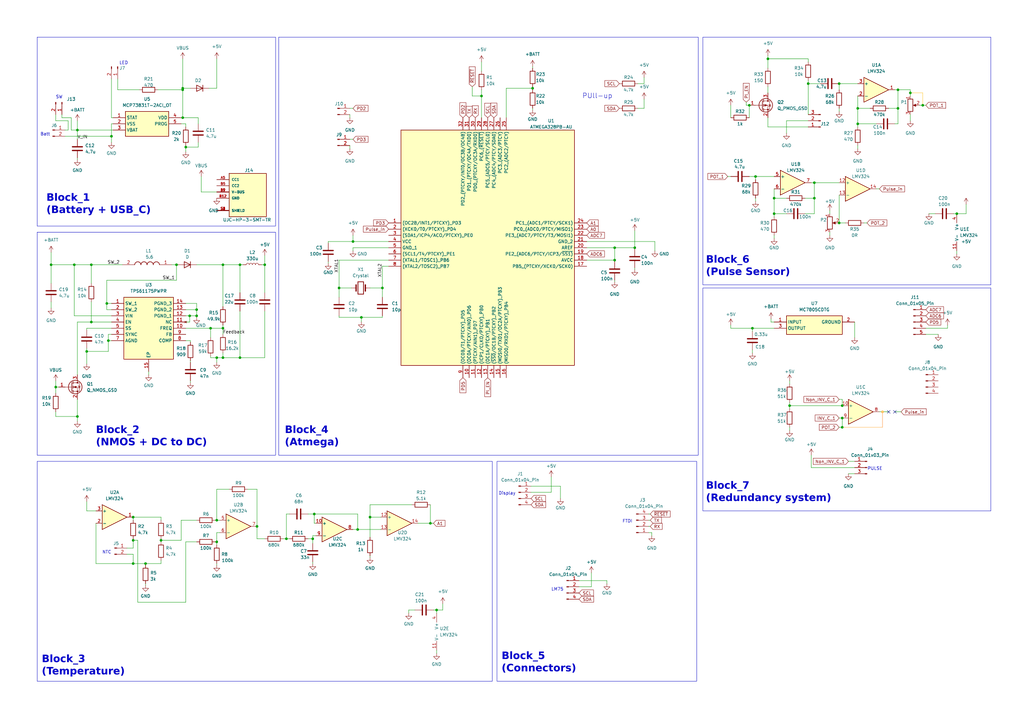
<source format=kicad_sch>
(kicad_sch (version 20230121) (generator eeschema)
  (paper "A3")
  (lib_symbols
    (symbol "Amplifier_Operational:LMV324" (pin_names (offset 0.127))
      (property "Reference" "U" (at 0 5.08 0))
      (property "Value" "LMV324" (at 0 -5.08 0))
      (symbol "LMV324_1_1"
        (pin output line (at 7.62 0 180) (length 2.54) (name "~") (number "1"))
        (pin input line (at -7.62 -2.54 0) (length 2.54) (name "-") (number "2"))
        (pin input line (at -7.62 2.54 0) (length 2.54) (name "+") (number "3"))
      )
      (symbol "LMV324_2_1"
        (pin input line (at -7.62 2.54 0) (length 2.54) (name "+") (number "5"))
        (pin input line (at -7.62 -2.54 0) (length 2.54) (name "-") (number "6"))
        (pin output line (at 7.62 0 180) (length 2.54) (name "~") (number "7"))
      )
      (symbol "LMV324_3_1"
        (pin input line (at -7.62 2.54 0) (length 2.54) (name "+") (number "10"))
        (pin output line (at 7.62 0 180) (length 2.54) (name "~") (number "8"))
        (pin input line (at -7.62 -2.54 0) (length 2.54) (name "-") (number "9"))
      )
      (symbol "LMV324_4_1"
        (pin input line (at -7.62 2.54 0) (length 2.54) (name "+") (number "12"))
        (pin input line (at -7.62 -2.54 0) (length 2.54) (name "-") (number "13"))
        (pin output line (at 7.62 0 180) (length 2.54) (name "~") (number "14"))
      )
      (symbol "LMV324_5_1"
        (pin power_in line (at -2.54 -7.62 90) (length 3.81) (name "V-") (number "11"))
        (pin power_in line (at -2.54 7.62 270) (length 3.81) (name "V+") (number "4"))
      )
    )
    (symbol "Connector:Conn_01x02_Pin" (pin_names (offset 1.016) hide)
      (property "Reference" "J" (at 0 2.54 0))
      (property "Value" "Conn_01x02_Pin" (at 0 -5.08 0))
      (symbol "Conn_01x02_Pin_1_1"
        (pin passive line (at 5.08 0 180) (length 3.81) (name "Pin_1") (number "1"))
        (pin passive line (at 5.08 -2.54 180) (length 3.81) (name "Pin_2") (number "2"))
      )
    )
    (symbol "Connector:Conn_01x03_Pin" (pin_names (offset 1.016) hide)
      (property "Reference" "J" (at 0 5.08 0))
      (property "Value" "Conn_01x03_Pin" (at 0 -5.08 0))
      (symbol "Conn_01x03_Pin_1_1"
        (pin passive line (at 5.08 2.54 180) (length 3.81) (name "Pin_1") (number "1"))
        (pin passive line (at 5.08 0 180) (length 3.81) (name "Pin_2") (number "2"))
        (pin passive line (at 5.08 -2.54 180) (length 3.81) (name "Pin_3") (number "3"))
      )
    )
    (symbol "Connector:Conn_01x04_Pin" (pin_names (offset 1.016) hide)
      (property "Reference" "J" (at 0 5.08 0))
      (property "Value" "Conn_01x04_Pin" (at 0 -7.62 0))
      (symbol "Conn_01x04_Pin_1_1"
        (pin passive line (at 5.08 2.54 180) (length 3.81) (name "Pin_1") (number "1"))
        (pin passive line (at 5.08 0 180) (length 3.81) (name "Pin_2") (number "2"))
        (pin passive line (at 5.08 -2.54 180) (length 3.81) (name "Pin_3") (number "3"))
        (pin passive line (at 5.08 -5.08 180) (length 3.81) (name "Pin_4") (number "4"))
      )
    )
    (symbol "Connector:Conn_01x05_Pin" (pin_names (offset 1.016) hide)
      (property "Reference" "J" (at 0 7.62 0))
      (property "Value" "Conn_01x05_Pin" (at 0 -7.62 0))
      (symbol "Conn_01x05_Pin_1_1"
        (pin passive line (at 5.08 5.08 180) (length 3.81) (name "Pin_1") (number "1"))
        (pin passive line (at 5.08 2.54 180) (length 3.81) (name "Pin_2") (number "2"))
        (pin passive line (at 5.08 0 180) (length 3.81) (name "Pin_3") (number "3"))
        (pin passive line (at 5.08 -2.54 180) (length 3.81) (name "Pin_4") (number "4"))
        (pin passive line (at 5.08 -5.08 180) (length 3.81) (name "Pin_5") (number "5"))
      )
    )
    (symbol "Device:C" (pin_numbers hide) (pin_names (offset 0.254))
      (property "Reference" "C" (at 0.635 2.54 0))
      (property "Value" "C" (at 0.635 -2.54 0))
      (symbol "C_1_1"
        (pin passive line (at 0 3.81 270) (length 2.794) (name "~") (number "1"))
        (pin passive line (at 0 -3.81 90) (length 2.794) (name "~") (number "2"))
      )
    )
    (symbol "Device:Crystal" (pin_numbers hide) (pin_names (offset 1.016) hide)
      (property "Reference" "Y" (at 0 3.81 0))
      (property "Value" "Crystal" (at 0 -3.81 0))
      (symbol "Crystal_1_1"
        (pin passive line (at -3.81 0 0) (length 1.27) (name "1") (number "1"))
        (pin passive line (at 3.81 0 180) (length 1.27) (name "2") (number "2"))
      )
    )
    (symbol "Device:D" (pin_numbers hide) (pin_names (offset 1.016) hide)
      (property "Reference" "D" (at 0 2.54 0))
      (property "Value" "D" (at 0 -2.54 0))
      (symbol "D_1_1"
        (pin passive line (at -3.81 0 0) (length 2.54) (name "K") (number "1"))
        (pin passive line (at 3.81 0 180) (length 2.54) (name "A") (number "2"))
      )
    )
    (symbol "Device:L" (pin_numbers hide) (pin_names (offset 1.016) hide)
      (property "Reference" "L" (at -1.27 0 90))
      (property "Value" "L" (at 1.905 0 90))
      (symbol "L_1_1"
        (pin passive line (at 0 3.81 270) (length 1.27) (name "1") (number "1"))
        (pin passive line (at 0 -3.81 90) (length 1.27) (name "2") (number "2"))
      )
    )
    (symbol "Device:Q_NMOS_GSD" (pin_names (offset 0) hide)
      (property "Reference" "Q" (at 5.08 1.27 0))
      (property "Value" "Q_NMOS_GSD" (at 5.08 -1.27 0))
      (symbol "Q_NMOS_GSD_1_1"
        (pin input line (at -5.08 0 0) (length 2.54) (name "G") (number "1"))
        (pin passive line (at 2.54 -5.08 90) (length 2.54) (name "S") (number "2"))
        (pin passive line (at 2.54 5.08 270) (length 2.54) (name "D") (number "3"))
      )
    )
    (symbol "Device:Q_PMOS_GSD" (pin_names (offset 0) hide)
      (property "Reference" "Q" (at 5.08 1.27 0))
      (property "Value" "Q_PMOS_GSD" (at 5.08 -1.27 0))
      (symbol "Q_PMOS_GSD_1_1"
        (pin input line (at -5.08 0 0) (length 2.54) (name "G") (number "1"))
        (pin passive line (at 2.54 -5.08 90) (length 2.54) (name "S") (number "2"))
        (pin passive line (at 2.54 5.08 270) (length 2.54) (name "D") (number "3"))
      )
    )
    (symbol "Device:R" (pin_numbers hide) (pin_names (offset 0))
      (property "Reference" "R" (at 2.032 0 90))
      (property "Value" "R" (at 0 0 90))
      (symbol "R_1_1"
        (pin passive line (at 0 3.81 270) (length 1.27) (name "~") (number "1"))
        (pin passive line (at 0 -3.81 90) (length 1.27) (name "~") (number "2"))
      )
    )
    (symbol "Device:R_Potentiometer" (pin_names (offset 1.016) hide)
      (property "Reference" "RV" (at -4.445 0 90))
      (property "Value" "R_Potentiometer" (at -2.54 0 90))
      (symbol "R_Potentiometer_1_1"
        (pin passive line (at 0 3.81 270) (length 1.27) (name "1") (number "1"))
        (pin passive line (at 3.81 0 180) (length 1.27) (name "2") (number "2"))
        (pin passive line (at 0 -3.81 90) (length 1.27) (name "3") (number "3"))
      )
    )
    (symbol "SamacSys_Parts:ATMEGA328PB-AU"
      (property "Reference" "IC" (at 77.47 43.18 0))
      (property "Value" "ATMEGA328PB-AU" (at 77.47 40.64 0))
      (symbol "ATMEGA328PB-AU_1_1"
        (pin passive line (at 0 0 0) (length 5.08) (name "(OC2B/INT1/PTCXY)_PD3") (number "1"))
        (pin passive line (at 33.02 -63.5 90) (length 5.08) (name "(OC0A/PTCXY/AIN0)_PD6") (number "10"))
        (pin passive line (at 35.56 -63.5 90) (length 5.08) (name "(PTCXY/AIN1)_PD7") (number "11"))
        (pin passive line (at 38.1 -63.5 90) (length 5.08) (name "(ICP1/CLKO/PTCXY)_PB0") (number "12"))
        (pin passive line (at 40.64 -63.5 90) (length 5.08) (name "(OC1A/PTCXY)_PB1") (number "13"))
        (pin passive line (at 43.18 -63.5 90) (length 5.08) (name "(~{SS0}/OC1B/PTCXY)_PB2") (number "14"))
        (pin passive line (at 45.72 -63.5 90) (length 5.08) (name "(MOSI0/TXD1/OC2A/PTCXY)_PB3") (number "15"))
        (pin passive line (at 48.26 -63.5 90) (length 5.08) (name "(MISO0/RXD1/PTCXY)_PB4") (number "16"))
        (pin passive line (at 81.28 -17.78 180) (length 5.08) (name "PB5_(PTCXY/XCK0/SCK0)") (number "17"))
        (pin passive line (at 81.28 -15.24 180) (length 5.08) (name "AVCC") (number "18"))
        (pin passive line (at 81.28 -12.7 180) (length 5.08) (name "PE2_(ADC6/PTCY/ICP3/~{SS1)}") (number "19"))
        (pin passive line (at 0 -2.54 0) (length 5.08) (name "(XCK0/T0/PTCXY)_PD4") (number "2"))
        (pin passive line (at 81.28 -10.16 180) (length 5.08) (name "AREF") (number "20"))
        (pin passive line (at 81.28 -7.62 180) (length 5.08) (name "GND_2") (number "21"))
        (pin passive line (at 81.28 -5.08 180) (length 5.08) (name "PE3_(ADC7/PTCY/T3/MOSI1)") (number "22"))
        (pin passive line (at 81.28 -2.54 180) (length 5.08) (name "PC0_(ADC0/PTCY/MISO1)") (number "23"))
        (pin passive line (at 81.28 0 180) (length 5.08) (name "PC1_(ADC1/PTCY/SCK1)") (number "24"))
        (pin passive line (at 48.26 43.18 270) (length 5.08) (name "PC2_(ADC2/PTCY)") (number "25"))
        (pin passive line (at 45.72 43.18 270) (length 5.08) (name "PC3_(ADC3/PTCY)") (number "26"))
        (pin passive line (at 43.18 43.18 270) (length 5.08) (name "PC4_(ADC4/PTCY/SDA0)") (number "27"))
        (pin passive line (at 40.64 43.18 270) (length 5.08) (name "PC5_(ADC5/PTCY/SCL0)") (number "28"))
        (pin passive line (at 38.1 43.18 270) (length 5.08) (name "PC6_(~{RESET)}") (number "29"))
        (pin passive line (at 0 -5.08 0) (length 5.08) (name "(SDA1/ICP4/ACO/PTCXY)_PE0") (number "3"))
        (pin passive line (at 35.56 43.18 270) (length 5.08) (name "PD0_(PTCXY/OC3A/RXD0)") (number "30"))
        (pin passive line (at 33.02 43.18 270) (length 5.08) (name "PD1_(PTCXY/OC4A/TXD0)") (number "31"))
        (pin passive line (at 30.48 43.18 270) (length 5.08) (name "PD2_(PTCXY/INT0/OC3B/OC4B)") (number "32"))
        (pin passive line (at 0 -7.62 0) (length 5.08) (name "VCC") (number "4"))
        (pin passive line (at 0 -10.16 0) (length 5.08) (name "GND_1") (number "5"))
        (pin passive line (at 0 -12.7 0) (length 5.08) (name "(SCL1/T4/PTCXY)_PE1") (number "6"))
        (pin passive line (at 0 -15.24 0) (length 5.08) (name "(XTAL1/TOSC1)_PB6") (number "7"))
        (pin passive line (at 0 -17.78 0) (length 5.08) (name "(XTAL2/TOSC2)_PB7") (number "8"))
        (pin passive line (at 30.48 -63.5 90) (length 5.08) (name "(OC0B/T1/PTCXY)_PD5") (number "9"))
      )
    )
    (symbol "SamacSys_Parts:MC7805CDTG"
      (property "Reference" "IC" (at 29.21 7.62 0))
      (property "Value" "MC7805CDTG" (at 29.21 5.08 0))
      (symbol "MC7805CDTG_1_1"
        (pin passive line (at 0 0 0) (length 5.08) (name "INPUT") (number "1"))
        (pin passive line (at 33.02 0 180) (length 5.08) (name "GROUND") (number "2"))
        (pin passive line (at 0 -2.54 0) (length 5.08) (name "OUTPUT") (number "3"))
      )
    )
    (symbol "SamacSys_Parts:MCP73831T-2ACI_OT"
      (property "Reference" "IC" (at 24.13 7.62 0))
      (property "Value" "MCP73831T-2ACI_OT" (at 24.13 5.08 0))
      (symbol "MCP73831T-2ACI_OT_1_1"
        (pin passive line (at 0 0 0) (length 5.08) (name "STAT") (number "1"))
        (pin passive line (at 0 -2.54 0) (length 5.08) (name "VSS") (number "2"))
        (pin passive line (at 0 -5.08 0) (length 5.08) (name "VBAT") (number "3"))
        (pin passive line (at 27.94 0 180) (length 5.08) (name "VDD") (number "4"))
        (pin passive line (at 27.94 -2.54 180) (length 5.08) (name "PROG") (number "5"))
      )
    )
    (symbol "SamacSys_Parts:SDR0403-5R6ML" (pin_names hide)
      (property "Reference" "L" (at 16.51 6.35 0))
      (property "Value" "SDR0403-5R6ML" (at 16.51 3.81 0))
      (symbol "SDR0403-5R6ML_1_1"
        (pin passive line (at 0 0 0) (length 5.08) (name "1") (number "1"))
        (pin passive line (at 20.32 0 180) (length 5.08) (name "2") (number "2"))
      )
    )
    (symbol "SamacSys_Parts:TPS61175PWPR"
      (property "Reference" "IC" (at 26.67 7.62 0))
      (property "Value" "TPS61175PWPR" (at 26.67 5.08 0))
      (symbol "TPS61175PWPR_1_1"
        (pin passive line (at 0 0 0) (length 5.08) (name "SW_1") (number "1"))
        (pin passive line (at 30.48 -10.16 180) (length 5.08) (name "FREQ") (number "10"))
        (pin no_connect line (at 30.48 -7.62 180) (length 5.08) (name "NC") (number "11"))
        (pin passive line (at 30.48 -5.08 180) (length 5.08) (name "PGND_1") (number "12"))
        (pin passive line (at 30.48 -2.54 180) (length 5.08) (name "PGND_2") (number "13"))
        (pin passive line (at 30.48 0 180) (length 5.08) (name "PGND_3") (number "14"))
        (pin passive line (at 15.24 -27.94 90) (length 5.08) (name "EP") (number "15"))
        (pin passive line (at 0 -2.54 0) (length 5.08) (name "SW_2") (number "2"))
        (pin passive line (at 0 -5.08 0) (length 5.08) (name "VIN") (number "3"))
        (pin passive line (at 0 -7.62 0) (length 5.08) (name "EN") (number "4"))
        (pin passive line (at 0 -10.16 0) (length 5.08) (name "SS") (number "5"))
        (pin passive line (at 0 -12.7 0) (length 5.08) (name "SYNC") (number "6"))
        (pin passive line (at 0 -15.24 0) (length 5.08) (name "AGND") (number "7"))
        (pin passive line (at 30.48 -15.24 180) (length 5.08) (name "COMP") (number "8"))
        (pin passive line (at 30.48 -12.7 180) (length 5.08) (name "FB") (number "9"))
      )
    )
    (symbol "UJC-HP-3-SMT-TR:UJC-HP-3-SMT-TR" (pin_names (offset 1.016))
      (property "Reference" "J" (at -7.62 8.89 0))
      (property "Value" "UJC-HP-3-SMT-TR" (at -7.62 -11.43 0))
      (symbol "UJC-HP-3-SMT-TR_0_0"
        (pin power_in line (at -12.7 -2.54 0) (length 5.08) (name "GND") (number "A12"))
        (pin bidirectional line (at -12.7 5.08 0) (length 5.08) (name "CC1") (number "A5"))
        (pin power_in line (at -12.7 0 0) (length 5.08) (name "V-BUS") (number "A9"))
        (pin power_in line (at -12.7 -2.54 0) (length 5.08) (name "GND") (number "B12"))
        (pin bidirectional line (at -12.7 2.54 0) (length 5.08) (name "CC2") (number "B5"))
        (pin power_in line (at -12.7 0 0) (length 5.08) (name "V-BUS") (number "B9"))
        (pin passive line (at -12.7 -7.62 0) (length 5.08) (name "SHIELD") (number "S1"))
        (pin passive line (at -12.7 -7.62 0) (length 5.08) (name "SHIELD") (number "S2"))
        (pin passive line (at -12.7 -7.62 0) (length 5.08) (name "SHIELD") (number "S3"))
        (pin passive line (at -12.7 -7.62 0) (length 5.08) (name "SHIELD") (number "S4"))
      )
    )
    (symbol "power:+5V" (power) (pin_names (offset 0))
      (property "Value" "+5V" (at 0 3.556 0))
      (symbol "+5V_1_1"
        (pin power_in line (at 0 0 90) (length 0) hide (name "+5V") (number "1"))
      )
    )
    (symbol "power:+BATT" (power) (pin_names (offset 0))
      (property "Value" "+BATT" (at 0 3.556 0))
      (symbol "+BATT_1_1"
        (pin power_in line (at 0 0 90) (length 0) hide (name "+BATT") (number "1"))
      )
    )
    (symbol "power:GND" (power) (pin_names (offset 0))
      (property "Value" "GND" (at 0 -3.81 0))
      (symbol "GND_1_1"
        (pin power_in line (at 0 0 270) (length 0) hide (name "GND") (number "1"))
      )
    )
    (symbol "power:VBUS" (power) (pin_names (offset 0))
      (property "Value" "VBUS" (at 0 3.81 0))
      (symbol "VBUS_1_1"
        (pin power_in line (at 0 0 90) (length 0) hide (name "VBUS") (number "1"))
      )
    )
  )
  (junction (at 30.48 108.585))
  (junction (at 144.78 99.06))
  (junction (at 146.685 217.17))
  (junction (at 323.85 166.37))
  (junction (at 218.44 36.195))
  (junction (at 317.5 81.28))
  (junction (at 108.585 108.585))
  (junction (at 54.61 231.14))
  (junction (at 368.3 44.45))
  (junction (at 378.46 43.18))
  (junction (at 176.53 214.63))
  (junction (at 148.2235 130.175))
  (junction (at 88.9 222.25))
  (junction (at 35.56 144.145))
  (junction (at 59.69 231.14))
  (junction (at 252.095 106.68))
  (junction (at 345.44 166.37))
  (junction (at 91.44 108.585))
  (junction (at 91.44 146.685))
  (junction (at 74.93 36.195))
  (junction (at 334.01 74.93))
  (junction (at 314.96 24.13))
  (junction (at 31.75 170.815))
  (junction (at 20.955 108.585))
  (junction (at 368.3 36.83))
  (junction (at 392.43 87.63))
  (junction (at 317.5 87.63))
  (junction (at 44.45 139.7))
  (junction (at 128.905 210.82))
  (junction (at 139.065 118.11))
  (junction (at 156.845 118.11))
  (junction (at 74.93 36.83))
  (junction (at 43.815 124.46))
  (junction (at 117.475 220.98))
  (junction (at 334.01 81.28))
  (junction (at 197.485 39.37))
  (junction (at 105.41 215.9))
  (junction (at 308.61 134.62))
  (junction (at 179.07 250.19))
  (junction (at 309.88 72.39))
  (junction (at 307.34 43.18))
  (junction (at 88.9 213.36))
  (junction (at 37.465 108.585))
  (junction (at 151.765 212.09))
  (junction (at 373.38 38.1))
  (junction (at 31.75 53.34))
  (junction (at 72.39 108.585))
  (junction (at 80.645 129.54))
  (junction (at 98.425 108.585))
  (junction (at 91.44 134.62))
  (junction (at 54.61 212.09))
  (junction (at 80.645 127))
  (junction (at 88.9 146.685))
  (junction (at 77.7798 129.54))
  (junction (at 74.93 48.26))
  (junction (at 252.095 101.6))
  (junction (at 37.465 132.08))
  (junction (at 260.35 101.6))
  (junction (at 76.2 60.325))
  (junction (at 66.04 221.615))
  (junction (at 22.86 158.75))
  (junction (at 345.44 175.26))
  (junction (at 344.17 34.29))
  (junction (at 344.17 91.44))
  (junction (at 45.72 55.88))
  (junction (at 351.79 50.8))
  (junction (at 128.27 220.98))
  (junction (at 331.47 34.29))
  (junction (at 361.95 168.91) (color 255 179 80 1))
  (junction (at 86.36 134.62))
  (junction (at 351.79 44.45))
  (junction (at 98.425 146.685))
  (junction (at 54.61 221.615))
  (junction (at 345.44 171.45))
  (no_connect (at 367.03 168.91))
  (no_connect (at 364.49 168.91))
  (wire (pts (xy 260.35 101.6) (xy 260.35 102.235)))
  (wire (pts (xy 344.17 34.29) (xy 344.17 36.83)))
  (wire (pts (xy 77.7798 129.54) (xy 80.645 129.54)))
  (wire (pts (xy 26.67 55.88) (xy 45.72 55.88)))
  (wire (pts (xy 176.53 214.63) (xy 176.53 207.01)))
  (wire (pts (xy 134.62 99.06) (xy 144.78 99.06)))
  (wire (pts (xy 344.17 44.45) (xy 344.17 45.72)))
  (wire (pts (xy 306.07 41.91) (xy 306.07 43.18)))
  (wire (pts (xy 377.19 43.18) (xy 378.46 43.18)))
  (wire (pts (xy 20.955 103.505) (xy 20.955 108.585)))
  (wire (pts (xy 144.78 101.6) (xy 159.385 101.6)))
  (wire (pts (xy 88.9 213.36) (xy 90.17 213.36)))
  (wire (pts (xy 117.475 220.98) (xy 118.745 220.98)))
  (wire (pts (xy 218.44 35.56) (xy 218.44 36.195)))
  (wire (pts (xy 64.77 36.83) (xy 74.93 36.83)))
  (wire (pts (xy 25.4 48.26) (xy 25.4 46.99)))
  (wire (pts (xy 56.515 221.615) (xy 56.515 247.015)))
  (wire (pts (xy 35.56 134.62) (xy 35.56 135.255)))
  (wire (pts (xy 45.72 129.54) (xy 30.48 129.54)))
  (wire (pts (xy 323.85 165.1) (xy 323.85 166.37)))
  (wire (pts (xy 240.665 101.6) (xy 252.095 101.6)))
  (wire (pts (xy 29.21 53.34) (xy 31.75 53.34)))
  (wire (pts (xy 317.5 96.52) (xy 317.5 97.79)))
  (wire (pts (xy 181.61 247.65) (xy 181.61 250.19)))
  (wire (pts (xy 151.765 212.09) (xy 156.21 212.09)))
  (wire (pts (xy 360.68 77.47) (xy 359.41 77.47)))
  (wire (pts (xy 368.3 44.45) (xy 368.3 50.8)))
  (wire (pts (xy 81.28 58.42) (xy 81.28 60.325)))
  (wire (pts (xy 323.85 166.37) (xy 323.85 167.64)))
  (wire (pts (xy 91.44 133.35) (xy 91.44 134.62)))
  (wire (pts (xy 82.55 78.74) (xy 88.9 78.74)))
  (wire (pts (xy 76.2 132.08) (xy 77.7798 132.08)))
  (wire (pts (xy 159.385 106.68) (xy 139.065 106.68)))
  (wire (pts (xy 86.36 138.43) (xy 86.36 134.62)))
  (wire (pts (xy 27.94 53.34) (xy 27.94 49.53)))
  (wire (pts (xy 74.93 48.26) (xy 74.295 48.26)))
  (wire (pts (xy 81.28 48.26) (xy 81.28 50.8)))
  (wire (pts (xy 171.45 214.63) (xy 176.53 214.63)))
  (wire (pts (xy 54.61 212.09) (xy 66.04 212.09)))
  (wire (pts (xy 54.61 213.36) (xy 54.61 212.09)))
  (wire (pts (xy 368.3 36.83) (xy 373.38 36.83)))
  (wire (pts (xy 107.315 108.585) (xy 108.585 108.585)))
  (wire (pts (xy 45.72 137.16) (xy 44.45 137.16)))
  (wire (pts (xy 361.95 175.26) (xy 361.95 168.91)) (stroke (width 0) (color 255 139 42 1)))
  (wire (pts (xy 22.86 170.815) (xy 31.75 170.815)))
  (wire (pts (xy 76.2 59.69) (xy 76.2 60.325)))
  (wire (pts (xy 31.75 170.815) (xy 31.75 172.72)))
  (wire (pts (xy 22.86 168.91) (xy 22.86 170.815)))
  (wire (pts (xy 66.04 212.09) (xy 66.04 213.36)))
  (wire (pts (xy 35.56 205.74) (xy 35.56 209.55)))
  (wire (pts (xy 260.35 94.615) (xy 260.35 101.6)))
  (wire (pts (xy 108.585 146.685) (xy 108.585 127.635)))
  (wire (pts (xy 378.46 43.18) (xy 379.73 43.18)))
  (wire (pts (xy 52.07 227.33) (xy 54.61 227.33)))
  (wire (pts (xy 74.93 24.13) (xy 74.93 36.195)))
  (wire (pts (xy 117.475 210.82) (xy 118.745 210.82)))
  (wire (pts (xy 88.9 146.685) (xy 88.9 148.59)))
  (wire (pts (xy 45.72 50.8) (xy 45.72 55.88)))
  (wire (pts (xy 27.94 49.53) (xy 22.86 49.53)))
  (wire (pts (xy 74.295 221.615) (xy 74.295 213.36)))
  (wire (pts (xy 331.47 33.02) (xy 331.47 34.29)))
  (wire (pts (xy 93.98 200.66) (xy 88.9 200.66)))
  (wire (pts (xy 126.365 220.98) (xy 128.27 220.98)))
  (wire (pts (xy 128.27 219.71) (xy 128.27 220.98)))
  (wire (pts (xy 264.16 40.64) (xy 264.16 44.45)))
  (wire (pts (xy 20.955 123.825) (xy 20.955 126.365)))
  (wire (pts (xy 252.095 114.935) (xy 252.095 115.57)))
  (wire (pts (xy 347.98 194.31) (xy 350.52 194.31)))
  (wire (pts (xy 44.45 139.7) (xy 45.72 139.7)))
  (wire (pts (xy 207.645 48.26) (xy 207.645 36.195)))
  (wire (pts (xy 60.96 152.4) (xy 60.96 153.67)))
  (wire (pts (xy 76.2 60.325) (xy 81.28 60.325)))
  (wire (pts (xy 37.465 132.08) (xy 31.75 132.08)))
  (wire (pts (xy 88.9 200.66) (xy 88.9 213.36)))
  (wire (pts (xy 26.67 53.34) (xy 27.94 53.34)))
  (wire (pts (xy 88.9 36.195) (xy 85.725 36.195)))
  (wire (pts (xy 54.61 231.14) (xy 39.37 231.14)))
  (wire (pts (xy 345.44 175.26) (xy 361.95 175.26)) (stroke (width 0) (color 255 176 69 1)))
  (wire (pts (xy 31.75 49.53) (xy 31.75 53.34)))
  (wire (pts (xy 252.095 101.6) (xy 260.35 101.6)))
  (wire (pts (xy 299.72 133.35) (xy 299.72 134.62)))
  (wire (pts (xy 70.485 108.585) (xy 72.39 108.585)))
  (wire (pts (xy 45.72 48.26) (xy 46.355 48.26)))
  (wire (pts (xy 72.39 108.585) (xy 73.025 108.585)))
  (wire (pts (xy 351.79 50.8) (xy 351.79 52.07)))
  (wire (pts (xy 373.38 46.99) (xy 373.38 49.53)))
  (wire (pts (xy 351.79 39.37) (xy 351.79 44.45)))
  (wire (pts (xy 144.78 217.17) (xy 146.685 217.17)))
  (wire (pts (xy 248.92 238.125) (xy 237.49 238.125)))
  (wire (pts (xy 31.75 53.34) (xy 46.355 53.34)))
  (wire (pts (xy 128.905 210.82) (xy 146.685 210.82)))
  (wire (pts (xy 76.2 60.325) (xy 76.2 62.23)))
  (wire (pts (xy 57.15 36.83) (xy 48.26 36.83)))
  (wire (pts (xy 88.9 222.25) (xy 88.9 223.52)))
  (wire (pts (xy 322.58 49.53) (xy 331.47 49.53)))
  (wire (pts (xy 177.8 250.19) (xy 179.07 250.19)))
  (wire (pts (xy 354.33 91.44) (xy 355.6 91.44)))
  (wire (pts (xy 266.065 215.9) (xy 266.7 215.9)))
  (wire (pts (xy 54.61 221.615) (xy 54.61 224.79)))
  (wire (pts (xy 361.95 168.91) (xy 364.49 168.91)))
  (wire (pts (xy 351.79 44.45) (xy 356.87 44.45)))
  (wire (pts (xy 307.34 43.18) (xy 307.34 48.26)))
  (wire (pts (xy 91.44 108.585) (xy 91.44 125.73)))
  (wire (pts (xy 139.065 130.175) (xy 139.065 129.54)))
  (wire (pts (xy 88.265 222.25) (xy 88.9 222.25)))
  (wire (pts (xy 20.955 108.585) (xy 20.955 116.205)))
  (wire (pts (xy 98.425 108.585) (xy 99.695 108.585)))
  (wire (pts (xy 151.765 207.01) (xy 151.765 212.09)))
  (wire (pts (xy 80.645 127) (xy 80.645 129.54)))
  (wire (pts (xy 45.72 55.88) (xy 45.72 58.42)))
  (wire (pts (xy 66.04 220.98) (xy 66.04 221.615)))
  (wire (pts (xy 396.24 83.82) (xy 396.24 87.63)))
  (wire (pts (xy 309.88 72.39) (xy 309.88 73.66)))
  (wire (pts (xy 260.35 109.855) (xy 260.35 110.49)))
  (wire (pts (xy 179.07 251.46) (xy 179.07 250.19)))
  (wire (pts (xy 74.93 48.26) (xy 81.28 48.26)))
  (wire (pts (xy 167.64 250.19) (xy 170.18 250.19)))
  (wire (pts (xy 148.2235 131.9647) (xy 148.2235 130.175)))
  (wire (pts (xy 345.44 163.83) (xy 345.44 166.37)))
  (wire (pts (xy 54.61 231.14) (xy 59.69 231.14)))
  (wire (pts (xy 179.07 267.97) (xy 179.07 266.7)))
  (wire (pts (xy 148.2235 130.175) (xy 156.845 130.175)))
  (wire (pts (xy 322.58 49.53) (xy 322.58 54.61)))
  (wire (pts (xy 242.57 234.95) (xy 242.57 240.665)))
  (wire (pts (xy 77.7798 132.08) (xy 77.7798 129.54)))
  (wire (pts (xy 331.47 24.13) (xy 331.47 25.4)))
  (wire (pts (xy 317.5 77.47) (xy 317.5 81.28)))
  (wire (pts (xy 88.9 218.44) (xy 88.9 222.25)))
  (wire (pts (xy 144.78 44.45) (xy 143.51 44.45)))
  (wire (pts (xy 340.36 86.36) (xy 340.36 87.63)))
  (wire (pts (xy 37.465 108.585) (xy 50.165 108.585)))
  (wire (pts (xy 76.2 222.25) (xy 80.645 222.25)))
  (wire (pts (xy 128.27 220.98) (xy 128.27 222.885)))
  (wire (pts (xy 373.38 38.1) (xy 373.38 39.37)))
  (wire (pts (xy 143.51 60.96) (xy 143.51 59.69)))
  (wire (pts (xy 197.485 39.37) (xy 193.675 39.37)))
  (wire (pts (xy 323.85 176.53) (xy 323.85 175.26)))
  (wire (pts (xy 45.72 127) (xy 43.815 127)))
  (wire (pts (xy 391.16 87.63) (xy 392.43 87.63)))
  (wire (pts (xy 351.79 50.8) (xy 359.41 50.8)))
  (wire (pts (xy 332.74 191.77) (xy 332.74 186.69)))
  (wire (pts (xy 334.01 74.93) (xy 332.74 74.93)))
  (wire (pts (xy 78.105 147.955) (xy 78.105 148.59)))
  (wire (pts (xy 54.61 220.98) (xy 54.61 221.615)))
  (wire (pts (xy 218.44 27.305) (xy 218.44 27.94)))
  (wire (pts (xy 340.36 95.25) (xy 340.36 96.52)))
  (wire (pts (xy 66.04 229.87) (xy 66.04 231.14)))
  (wire (pts (xy 98.425 108.585) (xy 98.425 120.015)))
  (wire (pts (xy 45.72 134.62) (xy 35.56 134.62)))
  (wire (pts (xy 229.87 199.39) (xy 217.805 199.39)))
  (wire (pts (xy 72.39 108.585) (xy 72.39 114.935)))
  (wire (pts (xy 56.515 247.015) (xy 76.2 247.015)))
  (wire (pts (xy 351.79 44.45) (xy 351.79 50.8)))
  (wire (pts (xy 44.45 137.16) (xy 44.45 139.7)))
  (wire (pts (xy 156.845 118.11) (xy 156.845 121.92)))
  (wire (pts (xy 43.815 114.935) (xy 43.815 124.46)))
  (wire (pts (xy 197.485 36.83) (xy 197.485 39.37)))
  (wire (pts (xy 88.9 231.14) (xy 88.9 231.775)))
  (wire (pts (xy 151.765 118.11) (xy 156.845 118.11)))
  (wire (pts (xy 388.62 133.35) (xy 388.62 134.62)))
  (wire (pts (xy 80.645 108.585) (xy 91.44 108.585)))
  (wire (pts (xy 314.96 22.86) (xy 314.96 24.13)))
  (wire (pts (xy 314.96 24.13) (xy 314.96 27.94)))
  (wire (pts (xy 24.13 158.75) (xy 22.86 158.75)))
  (wire (pts (xy 306.07 43.18) (xy 307.34 43.18)))
  (wire (pts (xy 134.62 107.315) (xy 134.62 107.95)))
  (wire (pts (xy 314.96 48.26) (xy 314.96 52.07)))
  (wire (pts (xy 43.815 114.935) (xy 72.39 114.935)))
  (wire (pts (xy 139.065 106.68) (xy 139.065 118.11)))
  (wire (pts (xy 143.51 48.26) (xy 143.51 46.99)))
  (wire (pts (xy 30.48 108.585) (xy 37.465 108.585)))
  (wire (pts (xy 378.46 38.1) (xy 378.46 43.18)) (stroke (width 0) (color 255 195 38 1)))
  (wire (pts (xy 167.64 251.46) (xy 167.64 250.19)))
  (wire (pts (xy 334.01 74.93) (xy 334.01 81.28)))
  (wire (pts (xy 126.365 210.82) (xy 128.905 210.82)))
  (wire (pts (xy 108.585 104.775) (xy 108.585 108.585)))
  (wire (pts (xy 43.815 127) (xy 43.815 124.46)))
  (wire (pts (xy 74.295 50.8) (xy 76.2 50.8)))
  (wire (pts (xy 146.685 210.82) (xy 146.685 217.17)))
  (wire (pts (xy 105.41 220.98) (xy 108.585 220.98)))
  (wire (pts (xy 242.57 240.665) (xy 237.49 240.665)))
  (wire (pts (xy 350.52 138.43) (xy 350.52 132.08)))
  (wire (pts (xy 128.27 230.505) (xy 128.27 231.14)))
  (wire (pts (xy 298.45 72.39) (xy 299.72 72.39)))
  (wire (pts (xy 45.72 32.385) (xy 45.72 48.26)))
  (wire (pts (xy 197.485 39.37) (xy 197.485 48.26)))
  (wire (pts (xy 299.72 134.62) (xy 308.61 134.62)))
  (wire (pts (xy 74.295 213.36) (xy 80.645 213.36)))
  (wire (pts (xy 146.685 217.17) (xy 156.21 217.17)))
  (wire (pts (xy 43.815 124.46) (xy 45.72 124.46)))
  (wire (pts (xy 88.9 24.13) (xy 88.9 36.195)))
  (wire (pts (xy 86.36 146.05) (xy 86.36 146.685)))
  (wire (pts (xy 101.6 200.66) (xy 105.41 200.66)))
  (wire (pts (xy 74.93 36.195) (xy 78.105 36.195)))
  (wire (pts (xy 66.04 221.615) (xy 74.295 221.615)))
  (wire (pts (xy 317.5 81.28) (xy 322.58 81.28)))
  (wire (pts (xy 144.78 99.06) (xy 144.78 96.52)))
  (wire (pts (xy 229.87 204.47) (xy 229.87 199.39)))
  (wire (pts (xy 218.44 36.195) (xy 218.44 36.83)))
  (wire (pts (xy 78.105 156.21) (xy 78.105 156.845)))
  (wire (pts (xy 35.56 144.145) (xy 35.56 149.225)))
  (wire (pts (xy 144.78 99.06) (xy 159.385 99.06)))
  (wire (pts (xy 168.91 207.01) (xy 151.765 207.01)))
  (wire (pts (xy 128.27 219.71) (xy 129.54 219.71)))
  (wire (pts (xy 367.03 50.8) (xy 368.3 50.8)))
  (wire (pts (xy 54.61 221.615) (xy 56.515 221.615)))
  (wire (pts (xy 30.48 108.585) (xy 30.48 129.54)))
  (wire (pts (xy 309.88 81.28) (xy 309.88 82.55)))
  (wire (pts (xy 317.5 87.63) (xy 322.58 87.63)))
  (wire (pts (xy 364.49 44.45) (xy 368.3 44.45)))
  (wire (pts (xy 86.36 146.685) (xy 88.9 146.685)))
  (wire (pts (xy 91.44 108.585) (xy 98.425 108.585)))
  (wire (pts (xy 314.96 52.07) (xy 331.47 52.07)))
  (wire (pts (xy 151.765 212.09) (xy 151.765 220.345)))
  (wire (pts (xy 31.75 163.83) (xy 31.75 170.815)))
  (wire (pts (xy 308.61 134.62) (xy 317.5 134.62)))
  (wire (pts (xy 128.905 210.82) (xy 128.905 214.63)))
  (wire (pts (xy 139.065 130.175) (xy 148.2235 130.175)))
  (wire (pts (xy 266.065 213.36) (xy 266.7 213.36)))
  (wire (pts (xy 347.98 189.23) (xy 350.52 189.23)))
  (wire (pts (xy 88.9 218.44) (xy 90.17 218.44)))
  (wire (pts (xy 54.61 224.79) (xy 52.07 224.79)))
  (wire (pts (xy 252.095 101.6) (xy 252.095 106.68)))
  (wire (pts (xy 309.88 72.39) (xy 317.5 72.39)))
  (wire (pts (xy 197.485 25.4) (xy 197.485 29.21)))
  (wire (pts (xy 396.24 87.63) (xy 392.43 87.63)))
  (wire (pts (xy 31.75 53.34) (xy 31.75 57.15)))
  (wire (pts (xy 91.44 134.62) (xy 91.44 137.16)))
  (wire (pts (xy 86.36 134.62) (xy 91.44 134.62)))
  (wire (pts (xy 48.26 32.385) (xy 48.26 36.83)))
  (wire (pts (xy 66.04 221.615) (xy 66.04 222.25)))
  (wire (pts (xy 80.645 127) (xy 80.645 124.46)))
  (wire (pts (xy 267.335 218.44) (xy 267.335 219.71)))
  (wire (pts (xy 334.01 87.63) (xy 334.01 81.28)))
  (wire (pts (xy 59.69 239.395) (xy 59.69 240.03)))
  (wire (pts (xy 20.955 108.585) (xy 30.48 108.585)))
  (wire (pts (xy 316.23 130.81) (xy 316.23 132.08)))
  (wire (pts (xy 266.065 218.44) (xy 267.335 218.44)))
  (wire (pts (xy 332.74 191.77) (xy 350.52 191.77)))
  (wire (pts (xy 88.265 213.36) (xy 88.9 213.36)))
  (wire (pts (xy 39.37 231.14) (xy 39.37 214.63)))
  (wire (pts (xy 105.41 215.9) (xy 105.41 220.98)))
  (wire (pts (xy 59.69 231.14) (xy 66.04 231.14)))
  (wire (pts (xy 226.06 195.58) (xy 226.06 201.93)))
  (wire (pts (xy 76.2 127) (xy 80.645 127)))
  (wire (pts (xy 37.465 132.08) (xy 45.72 132.08)))
  (wire (pts (xy 323.85 166.37) (xy 345.44 166.37)))
  (wire (pts (xy 88.9 146.685) (xy 91.44 146.685)))
  (wire (pts (xy 264.16 44.45) (xy 261.62 44.45)))
  (wire (pts (xy 76.2 129.54) (xy 77.7798 129.54)))
  (wire (pts (xy 344.17 163.83) (xy 345.44 163.83)))
  (wire (pts (xy 323.85 156.21) (xy 323.85 157.48)))
  (wire (pts (xy 44.45 139.7) (xy 44.45 144.145)))
  (wire (pts (xy 307.34 72.39) (xy 309.88 72.39)))
  (wire (pts (xy 248.92 238.125) (xy 248.92 239.395)))
  (wire (pts (xy 37.465 123.825) (xy 37.465 132.08)))
  (wire (pts (xy 218.44 44.45) (xy 218.44 45.085)))
  (wire (pts (xy 144.78 102.87) (xy 144.78 101.6)))
  (wire (pts (xy 334.01 74.93) (xy 344.17 74.93)))
  (wire (pts (xy 98.425 146.685) (xy 108.585 146.685)))
  (wire (pts (xy 82.55 72.39) (xy 82.55 78.74)))
  (wire (pts (xy 360.68 168.91) (xy 361.95 168.91)))
  (wire (pts (xy 59.69 231.14) (xy 59.69 231.775)))
  (wire (pts (xy 373.38 36.83) (xy 373.38 38.1)))
  (wire (pts (xy 392.43 102.87) (xy 392.43 104.14)))
  (wire (pts (xy 308.61 135.89) (xy 308.61 134.62)))
  (wire (pts (xy 31.75 64.77) (xy 31.75 65.405)))
  (wire (pts (xy 308.61 144.78) (xy 308.61 143.51)))
  (wire (pts (xy 117.475 220.98) (xy 117.475 210.82)))
  (wire (pts (xy 22.86 46.99) (xy 22.86 49.53)))
  (wire (pts (xy 78.105 139.7) (xy 78.105 140.335)))
  (wire (pts (xy 22.86 156.21) (xy 22.86 158.75)))
  (wire (pts (xy 226.06 201.93) (xy 217.805 201.93)))
  (wire (pts (xy 317.5 81.28) (xy 317.5 87.63)))
  (wire (pts (xy 35.56 209.55) (xy 39.37 209.55)))
  (wire (pts (xy 314.96 35.56) (xy 314.96 38.1)))
  (wire (pts (xy 181.61 250.19) (xy 179.07 250.19)))
  (wire (pts (xy 351.79 34.29) (xy 344.17 34.29)))
  (wire (pts (xy 266.065 210.82) (xy 266.7 210.82)))
  (wire (pts (xy 388.62 134.62) (xy 379.73 134.62)))
  (wire (pts (xy 268.605 99.06) (xy 240.665 99.06)))
  (wire (pts (xy 268.605 102.87) (xy 268.605 99.06)))
  (wire (pts (xy 317.5 88.9) (xy 317.5 87.63)))
  (wire (pts (xy 76.2 50.8) (xy 76.2 52.07)))
  (wire (pts (xy 316.23 132.08) (xy 317.5 132.08)))
  (wire (pts (xy 76.2 137.1755) (xy 76.2 137.16)))
  (wire (pts (xy 331.47 34.29) (xy 336.55 34.29)))
  (wire (pts (xy 80.645 129.54) (xy 80.645 130.175)))
  (wire (pts (xy 116.205 220.98) (xy 117.475 220.98)))
  (wire (pts (xy 373.38 38.1) (xy 378.46 38.1)) (stroke (width 0) (color 255 195 38 1)))
  (wire (pts (xy 25.4 48.26) (xy 29.21 48.26)))
  (wire (pts (xy 98.425 127.635) (xy 98.425 146.685)))
  (wire (pts (xy 381 87.63) (xy 383.54 87.63)))
  (wire (pts (xy 134.62 99.695) (xy 134.62 99.06)))
  (wire (pts (xy 344.17 80.01) (xy 344.17 91.44)))
  (wire (pts (xy 384.81 137.16) (xy 379.73 137.16)))
  (wire (pts (xy 37.465 108.585) (xy 37.465 116.205)))
  (wire (pts (xy 314.96 24.13) (xy 331.47 24.13)))
  (wire (pts (xy 264.16 31.75) (xy 264.16 34.29)))
  (wire (pts (xy 31.75 132.08) (xy 31.75 153.67)))
  (wire (pts (xy 35.56 144.145) (xy 35.56 142.875)))
  (wire (pts (xy 159.385 109.22) (xy 156.845 109.22)))
  (wire (pts (xy 207.645 36.195) (xy 218.44 36.195)))
  (wire (pts (xy 344.17 91.44) (xy 346.71 91.44)))
  (wire (pts (xy 351.79 60.96) (xy 351.79 59.69)))
  (wire (pts (xy 369.57 168.91) (xy 367.03 168.91)))
  (wire (pts (xy 54.61 227.33) (xy 54.61 231.14)))
  (wire (pts (xy 345.44 171.45) (xy 345.44 175.26)))
  (wire (pts (xy 91.44 144.78) (xy 91.44 146.685)))
  (wire (pts (xy 139.065 121.92) (xy 139.065 118.11)))
  (wire (pts (xy 46.355 50.8) (xy 45.72 50.8)))
  (wire (pts (xy 29.21 48.26) (xy 29.21 53.34)))
  (wire (pts (xy 240.665 106.68) (xy 252.095 106.68)))
  (wire (pts (xy 330.2 81.28) (xy 334.01 81.28)))
  (wire (pts (xy 330.2 87.63) (xy 334.01 87.63)))
  (wire (pts (xy 128.905 214.63) (xy 129.54 214.63)))
  (wire (pts (xy 91.44 146.685) (xy 98.425 146.685)))
  (wire (pts (xy 368.3 36.83) (xy 367.03 36.83)))
  (wire (pts (xy 151.765 227.965) (xy 151.765 228.6)))
  (wire (pts (xy 344.17 171.45) (xy 345.44 171.45)))
  (wire (pts (xy 264.16 34.29) (xy 261.62 34.29)))
  (wire (pts (xy 331.47 34.29) (xy 331.47 46.99)))
  (wire (pts (xy 76.2 139.7) (xy 78.105 139.7)))
  (wire (pts (xy 252.095 106.68) (xy 252.095 107.315)))
  (wire (pts (xy 74.93 36.83) (xy 74.93 48.26)))
  (wire (pts (xy 176.53 214.63) (xy 177.8 214.63)))
  (wire (pts (xy 156.845 109.22) (xy 156.845 118.11)))
  (wire (pts (xy 108.585 108.585) (xy 108.585 120.015)))
  (wire (pts (xy 76.2 247.015) (xy 76.2 222.25)))
  (wire (pts (xy 44.45 144.145) (xy 35.56 144.145)))
  (wire (pts (xy 86.36 134.62) (xy 76.2 134.62)))
  (wire (pts (xy 368.3 36.83) (xy 368.3 44.45)))
  (wire (pts (xy 344.17 175.26) (xy 345.44 175.26)))
  (wire (pts (xy 139.065 118.11) (xy 144.145 118.11)))
  (wire (pts (xy 74.93 36.83) (xy 74.93 36.195)))
  (wire (pts (xy 80.645 124.46) (xy 76.2 124.46)))
  (wire (pts (xy 193.675 39.37) (xy 193.675 35.56)))
  (wire (pts (xy 299.72 43.18) (xy 299.72 48.26)))
  (wire (pts (xy 156.845 130.175) (xy 156.845 129.54)))
  (wire (pts (xy 22.86 158.75) (xy 22.86 161.29)))
  (wire (pts (xy 144.78 57.15) (xy 143.51 57.15)))
  (wire (pts (xy 105.41 200.66) (xy 105.41 215.9)))
  (rectangle (start 114.3 15.24) (end 286.385 186.69))
  (rectangle (start 15.24 189.23) (end 201.93 279.4))
  (rectangle (start 288.29 118.11) (end 406.4 209.55))
  (rectangle (start 203.835 189.23) (end 285.75 279.4))
  (rectangle (start 15.24 15.24) (end 113.03 92.71))
  (rectangle (start 15.24 95.25) (end 113.03 186.69))
  (rectangle (start 288.29 15.24) (end 406.4 116.84))
  (text "Block_6\n(Pulse Sensor)" (at 289.56 114.3 0) (effects (font (size 3 3) (thickness 1) bold) (justify left bottom)))
  (text "PULSE\n" (at 361.95 193.04 0) (effects (font (size 1.27 1.27)) (justify right bottom)))
  (text "SW\n" (at 22.86 40.64 0) (effects (font (size 1.27 1.27)) (justify left bottom)))
  (text "LM75" (at 226.06 242.57 0) (effects (font (size 1.27 1.27)) (justify left bottom)))
  (text "Block_1 \n(Battery + USB_C)" (at 19.05 88.9 0) (effects (font (size 3 3) (thickness 1) bold) (justify left bottom)))
  (text "Block_2\n(NMOS + DC to DC)" (at 39.37 184.15 0) (effects (font (size 3 3) (thickness 1) bold) (justify left bottom)))
  (text "Batt\n" (at 16.51 55.88 0) (effects (font (size 1.27 1.27)) (justify left bottom)))
  (text "Display" (at 204.47 203.2 0) (effects (font (size 1.27 1.27)) (justify left bottom)))
  (text "FTDI" (at 255.27 214.63 0) (effects (font (size 1.27 1.27)) (justify left bottom)))
  (text "Block_3\n(Temperature)" (at 17.145 278.13 0) (effects (font (size 3 3) (thickness 1) bold) (justify left bottom)))
  (text "PUll-up " (at 238.76 40.64 0) (effects (font (size 2 2)) (justify left bottom)))
  (text "Block_7\n(Redundancy system)" (at 289.56 207.01 0) (effects (font (size 3 3) (thickness 1) bold) (justify left bottom)))
  (text "Block_4\n(Atmega)" (at 116.84 184.15 0) (effects (font (size 3 3) (thickness 1) bold) (justify left bottom)))
  (text "LED\n" (at 48.895 26.67 0) (effects (font (size 1.27 1.27)) (justify left bottom)))
  (text "NTC" (at 41.91 227.33 0) (effects (font (size 1.27 1.27)) (justify left bottom)))
  (text "Block_5\n(Connectors)" (at 205.74 276.86 0) (effects (font (size 3 3) (thickness 1) bold) (justify left bottom)))
  (label "XTAL2" (at 156.845 113.7029 90))
  (label "SW_1" (at 66.675 114.935 0))
  (label "SW_2" (at 44.0739 108.585 0))
  (label "V_IN" (at 31.75 57.15 0))
  (label "XTAL1" (at 139.065 111.8276 90))
  (label "Feedback" (at 91.44 137.16 0))
  (global_label "PD3" (shape input) (at 144.78 57.15 0) (property "Intersheetrefs" "${INTERSHEET_REFS}" (effects hide)))
  (global_label "Non_INV_C_1" (shape input) (at 344.17 163.83 180) (property "Intersheetrefs" "${INTERSHEET_REFS}" (effects hide)))
  (global_label "INV_C_1" (shape input) (at 344.17 171.45 180) (property "Intersheetrefs" "${INTERSHEET_REFS}" (effects hide)))
  (global_label "RX" (shape input) (at 194.945 48.26 90) (property "Intersheetrefs" "${INTERSHEET_REFS}" (effects hide)))
  (global_label "~{RESET}" (shape input) (at 193.675 35.56 90) (property "Intersheetrefs" "${INTERSHEET_REFS}" (effects hide)))
  (global_label "A1" (shape input) (at 177.8 214.63 0) (property "Intersheetrefs" "${INTERSHEET_REFS}" (effects hide)))
  (global_label "POT_2" (shape input) (at 344.17 175.26 180) (property "Intersheetrefs" "${INTERSHEET_REFS}" (effects hide)))
  (global_label "ADC6" (shape input) (at 379.73 129.54 0) (property "Intersheetrefs" "${INTERSHEET_REFS}" (effects hide)))
  (global_label "Pulse_in" (shape input) (at 360.68 77.47 0) (property "Intersheetrefs" "${INTERSHEET_REFS}" (effects hide)))
  (global_label "POT_1" (shape input) (at 298.45 72.39 180) (property "Intersheetrefs" "${INTERSHEET_REFS}" (effects hide)))
  (global_label "PD5" (shape input) (at 189.865 154.94 270) (property "Intersheetrefs" "${INTERSHEET_REFS}" (effects hide)))
  (global_label "ADC7" (shape input) (at 379.73 127 0) (property "Intersheetrefs" "${INTERSHEET_REFS}" (effects hide)))
  (global_label "Pulse_in" (shape input) (at 159.385 93.98 180) (property "Intersheetrefs" "${INTERSHEET_REFS}" (effects hide)))
  (global_label "A1" (shape input) (at 240.665 91.44 0) (property "Intersheetrefs" "${INTERSHEET_REFS}" (effects hide)))
  (global_label "SCL" (shape input) (at 254 34.29 180) (property "Intersheetrefs" "${INTERSHEET_REFS}" (effects hide)))
  (global_label "PI_EN" (shape input) (at 306.07 41.91 90) (property "Intersheetrefs" "${INTERSHEET_REFS}" (effects hide)))
  (global_label "SCL" (shape input) (at 237.49 243.205 0) (property "Intersheetrefs" "${INTERSHEET_REFS}" (effects hide)))
  (global_label "PI_EN" (shape input) (at 200.025 154.94 270) (property "Intersheetrefs" "${INTERSHEET_REFS}" (effects hide)))
  (global_label "RX" (shape input) (at 266.7 215.9 0) (property "Intersheetrefs" "${INTERSHEET_REFS}" (effects hide)))
  (global_label "ADC6" (shape input) (at 240.665 104.14 0) (property "Intersheetrefs" "${INTERSHEET_REFS}" (effects hide)))
  (global_label "SDA" (shape input) (at 217.805 207.01 0) (property "Intersheetrefs" "${INTERSHEET_REFS}" (effects hide)))
  (global_label "TX" (shape input) (at 266.7 213.36 0) (property "Intersheetrefs" "${INTERSHEET_REFS}" (effects hide)))
  (global_label "POT_2" (shape input) (at 355.6 91.44 0) (property "Intersheetrefs" "${INTERSHEET_REFS}" (effects hide)))
  (global_label "SDA" (shape input) (at 237.49 245.745 0) (property "Intersheetrefs" "${INTERSHEET_REFS}" (effects hide)))
  (global_label "TX" (shape input) (at 192.405 48.26 90) (property "Intersheetrefs" "${INTERSHEET_REFS}" (effects hide)))
  (global_label "SCL" (shape input) (at 217.805 204.47 0) (property "Intersheetrefs" "${INTERSHEET_REFS}" (effects hide)))
  (global_label "Pulse_in" (shape input) (at 369.57 168.91 0) (property "Intersheetrefs" "${INTERSHEET_REFS}" (effects hide)))
  (global_label "Non_INV_C_1" (shape input) (at 347.98 189.23 180) (property "Intersheetrefs" "${INTERSHEET_REFS}" (effects hide)))
  (global_label "SDA" (shape input) (at 254 44.45 180) (property "Intersheetrefs" "${INTERSHEET_REFS}" (effects hide)))
  (global_label "PD2" (shape input) (at 144.78 44.45 0) (property "Intersheetrefs" "${INTERSHEET_REFS}" (effects hide)))
  (global_label "SDA" (shape input) (at 202.565 48.26 90) (property "Intersheetrefs" "${INTERSHEET_REFS}" (effects hide)))
  (global_label "ADC7" (shape input) (at 240.665 96.52 0) (property "Intersheetrefs" "${INTERSHEET_REFS}" (effects hide)))
  (global_label "~{RESET}" (shape input) (at 266.7 210.82 0) (property "Intersheetrefs" "${INTERSHEET_REFS}" (effects hide)))
  (global_label "PD3" (shape input) (at 159.385 91.44 180) (property "Intersheetrefs" "${INTERSHEET_REFS}" (effects hide)))
  (global_label "POT_1" (shape input) (at 379.73 43.18 0) (property "Intersheetrefs" "${INTERSHEET_REFS}" (effects hide)))
  (global_label "A0" (shape input) (at 240.665 93.98 0) (property "Intersheetrefs" "${INTERSHEET_REFS}" (effects hide)))
  (global_label "PD2" (shape input) (at 189.865 48.26 90) (property "Intersheetrefs" "${INTERSHEET_REFS}" (effects hide)))
  (global_label "SCL" (shape input) (at 200.025 48.26 90) (property "Intersheetrefs" "${INTERSHEET_REFS}" (effects hide)))
  (global_label "PD5" (shape input) (at 379.73 132.08 0) (property "Intersheetrefs" "${INTERSHEET_REFS}" (effects hide)))
  (symbol (lib_id "SamacSys_Parts:ATMEGA328PB-AU") (at 159.385 91.44 0) (unit 1)
    (property "Reference" "U1" (at 226.06 49.53 0))
    (property "Value" "ATMEGA328PB-AU" (at 226.06 52.07 0))
    (property "Footprint" "SamacSys_Parts:QFP80P900X900X120-32N" (effects hide))
    (property "Datasheet" "http://www.farnell.com/datasheets/2014286.pdf" (effects hide))
    (property "Height" "1.2" (effects hide))
    (property "Manufacturer_Name" "Microchip" (effects hide))
    (property "Manufacturer_Part_Number" "ATMEGA328PB-AU" (effects hide))
    (property "Mouser Part Number" "556-ATMEGA328PB-AU" (effects hide))
    (property "Mouser Price/Stock" "https://www.mouser.co.uk/ProductDetail/Microchip-Technology/ATMEGA328PB-AU?qs=jy4bLUHv09hbFONgGrqPbw%3D%3D" (effects hide))
    (property "Arrow Part Number" "ATMEGA328PB-AU" (effects hide))
    (property "Arrow Price/Stock" "https://www.arrow.com/en/products/atmega328pb-au/microchip-technology?region=nac" (effects hide))
  )
  (symbol (lib_id "Device:R") (at 22.86 165.1 180) (unit 1)
    (property "Reference" "R19" (at 19.05 163.195 0))
    (property "Value" "10k" (at 19.05 165.735 0))
    (property "Footprint" "Resistor_SMD:R_0805_2012Metric_Pad1.20x1.40mm_HandSolder" (effects hide))
  )
  (symbol (lib_id "Connector:Conn_01x03_Pin") (at 355.6 191.77 0) (mirror y) (unit 1)
    (property "Reference" "J4" (at 356.87 184.15 0))
    (property "Value" "Conn_01x03_Pin" (at 356.87 186.69 0))
    (property "Footprint" "Connector_JST:JST_PH_S3B-PH-K_1x03_P2.00mm_Horizontal" (effects hide))
  )
  (symbol (lib_id "power:+5V") (at 332.74 186.69 0) (mirror y) (unit 1)
    (property "Reference" "#PWR033" (effects hide))
    (property "Value" "+5V" (at 332.74 182.245 0))
  )
  (symbol (lib_id "Device:C") (at 108.585 123.825 0) (unit 1)
    (property "Reference" "C8" (at 102.235 121.285 0) (effects (justify left)))
    (property "Value" "100n" (at 100.965 123.825 0) (effects (justify left)))
    (property "Footprint" "Capacitor_SMD:C_0805_2012Metric_Pad1.18x1.45mm_HandSolder" (effects hide))
  )
  (symbol (lib_id "Device:C") (at 387.35 87.63 270) (unit 1)
    (property "Reference" "C20" (at 384.81 81.28 90) (effects (justify left)))
    (property "Value" "100n" (at 384.81 83.82 90) (effects (justify left)))
    (property "Footprint" "Capacitor_SMD:C_0805_2012Metric_Pad1.18x1.45mm_HandSolder" (effects hide))
  )
  (symbol (lib_id "Device:R") (at 91.44 140.97 180) (unit 1)
    (property "Reference" "R16" (at 95.25 140.335 0))
    (property "Value" "16.2k" (at 95.25 142.875 0))
    (property "Footprint" "Resistor_SMD:R_0805_2012Metric_Pad1.20x1.40mm_HandSolder" (effects hide))
  )
  (symbol (lib_id "power:+5V") (at 144.78 96.52 0) (unit 1)
    (property "Reference" "#PWR029" (effects hide))
    (property "Value" "+5V" (at 144.78 91.44 0))
  )
  (symbol (lib_id "Device:R") (at 60.96 36.83 90) (unit 1)
    (property "Reference" "R21" (at 60.96 32.385 90))
    (property "Value" "470" (at 60.96 34.925 90))
    (property "Footprint" "Resistor_SMD:R_0805_2012Metric_Pad1.20x1.40mm_HandSolder" (effects hide))
  )
  (symbol (lib_id "Connector:Conn_01x02_Pin") (at 21.59 53.34 0) (unit 1)
    (property "Reference" "J6" (at 22.225 51.435 0))
    (property "Value" "Conn_01x02_Pin" (effects hide))
    (property "Footprint" "Connector_JST:JST_PH_B2B-PH-K_1x02_P2.00mm_Vertical" (effects hide))
  )
  (symbol (lib_id "Device:R") (at 257.81 44.45 90) (unit 1)
    (property "Reference" "R25" (at 257.81 41.91 90))
    (property "Value" "4.7k" (at 257.81 46.99 90))
    (property "Footprint" "Resistor_SMD:R_0805_2012Metric_Pad1.20x1.40mm_HandSolder" (effects hide))
  )
  (symbol (lib_id "power:GND") (at 167.64 251.46 0) (mirror y) (unit 1)
    (property "Reference" "#PWR073" (effects hide))
    (property "Value" "GND" (at 167.64 255.905 0))
  )
  (symbol (lib_id "Device:R") (at 84.455 222.25 90) (unit 1)
    (property "Reference" "R7" (at 84.455 219.71 90))
    (property "Value" "100k" (at 84.455 224.79 90))
    (property "Footprint" "Resistor_SMD:R_0805_2012Metric_Pad1.20x1.40mm_HandSolder" (effects hide))
  )
  (symbol (lib_id "Device:R") (at 37.465 120.015 180) (unit 1)
    (property "Reference" "R14" (at 33.655 118.745 0))
    (property "Value" "10k" (at 33.655 121.285 0))
    (property "Footprint" "Resistor_SMD:R_0805_2012Metric_Pad1.20x1.40mm_HandSolder" (effects hide))
  )
  (symbol (lib_id "Device:C") (at 122.555 210.82 270) (unit 1)
    (property "Reference" "C6" (at 122.555 203.2 90))
    (property "Value" "68n" (at 122.555 205.74 90))
    (property "Footprint" "Capacitor_SMD:C_0805_2012Metric_Pad1.18x1.45mm_HandSolder" (effects hide))
  )
  (symbol (lib_id "Device:C") (at 340.36 34.29 90) (unit 1)
    (property "Reference" "C13" (at 339.09 33.02 90) (effects (justify left)))
    (property "Value" "4.7u" (at 339.09 35.56 90) (effects (justify left)))
    (property "Footprint" "Capacitor_SMD:C_0805_2012Metric_Pad1.18x1.45mm_HandSolder" (effects hide))
  )
  (symbol (lib_id "power:GND") (at 323.85 176.53 0) (unit 1)
    (property "Reference" "#PWR051" (effects hide))
    (property "Value" "GND" (at 323.85 180.34 0))
  )
  (symbol (lib_id "power:GND") (at 76.2 62.23 0) (unit 1)
    (property "Reference" "#PWR08" (effects hide))
    (property "Value" "GND" (at 76.2 66.675 0))
  )
  (symbol (lib_id "Device:R") (at 360.68 44.45 270) (unit 1)
    (property "Reference" "R28" (at 360.68 41.91 90))
    (property "Value" "470k" (at 360.68 46.99 90))
    (property "Footprint" "Resistor_SMD:R_0805_2012Metric_Pad1.20x1.40mm_HandSolder" (effects hide))
  )
  (symbol (lib_id "Connector:Conn_01x04_Pin") (at 232.41 240.665 0) (unit 1)
    (property "Reference" "J2" (at 233.045 233.045 0))
    (property "Value" "Conn_01x04_Pin" (at 233.045 235.585 0))
    (property "Footprint" "Connector_JST:JST_PH_S4B-PH-K_1x04_P2.00mm_Horizontal" (effects hide))
  )
  (symbol (lib_id "Connector:Conn_01x04_Pin") (at 260.985 215.9 0) (mirror x) (unit 1)
    (property "Reference" "J3" (at 263.525 205.105 0))
    (property "Value" "Conn_01x04_Pin" (at 264.16 207.645 0))
    (property "Footprint" "Connector_JST:JST_PH_S4B-PH-K_1x04_P2.00mm_Horizontal" (effects hide))
  )
  (symbol (lib_id "Device:C") (at 134.62 103.505 0) (unit 1)
    (property "Reference" "C3" (at 129.54 101.6 0) (effects (justify left)))
    (property "Value" "100n" (at 127 104.14 0) (effects (justify left)))
    (property "Footprint" "Capacitor_SMD:C_0805_2012Metric_Pad1.18x1.45mm_HandSolder" (effects hide))
  )
  (symbol (lib_id "power:GND") (at 344.17 45.72 0) (unit 1)
    (property "Reference" "#PWR055" (effects hide))
    (property "Value" "GND" (at 344.17 49.53 0))
  )
  (symbol (lib_id "power:+5V") (at 264.16 40.64 0) (unit 1)
    (property "Reference" "#PWR04" (effects hide))
    (property "Value" "+5V" (at 264.16 35.56 0))
  )
  (symbol (lib_id "power:GND") (at 309.88 82.55 0) (unit 1)
    (property "Reference" "#PWR059" (effects hide))
    (property "Value" "GND" (at 309.88 86.36 0))
  )
  (symbol (lib_id "power:GND") (at 20.955 126.365 0) (unit 1)
    (property "Reference" "#PWR063" (effects hide))
    (property "Value" "GND" (at 20.955 131.445 0))
  )
  (symbol (lib_id "power:GND") (at 143.51 60.96 0) (unit 1)
    (property "Reference" "#PWR01" (effects hide))
    (property "Value" "GND" (at 143.51 66.04 0))
  )
  (symbol (lib_id "power:+5V") (at 299.72 133.35 0) (unit 1)
    (property "Reference" "#PWR046" (effects hide))
    (property "Value" "+5V" (at 299.72 128.905 0))
  )
  (symbol (lib_id "power:GND") (at 60.96 153.67 0) (unit 1)
    (property "Reference" "#PWR040" (effects hide))
    (property "Value" "GND" (at 60.96 158.115 0))
  )
  (symbol (lib_id "power:+BATT") (at 20.955 103.505 0) (unit 1)
    (property "Reference" "#PWR09" (effects hide))
    (property "Value" "+BATT" (at 20.955 98.425 0))
  )
  (symbol (lib_id "Device:R") (at 112.395 220.98 90) (unit 1)
    (property "Reference" "R10" (at 112.395 218.44 90))
    (property "Value" "680k" (at 112.395 223.52 90))
    (property "Footprint" "Resistor_SMD:R_0805_2012Metric_Pad1.20x1.40mm_HandSolder" (effects hide))
  )
  (symbol (lib_id "power:GND") (at 143.51 48.26 0) (unit 1)
    (property "Reference" "#PWR02" (effects hide))
    (property "Value" "GND" (at 143.51 53.34 0))
  )
  (symbol (lib_id "power:GND") (at 128.27 231.14 0) (unit 1)
    (property "Reference" "#PWR018" (effects hide))
    (property "Value" "GND" (at 128.27 235.585 0))
  )
  (symbol (lib_id "power:+5V") (at 314.96 22.86 0) (unit 1)
    (property "Reference" "#PWR010" (effects hide))
    (property "Value" "+5V" (at 314.96 17.78 0))
  )
  (symbol (lib_id "Device:R") (at 331.47 29.21 180) (unit 1)
    (property "Reference" "R34" (at 327.66 27.94 0))
    (property "Value" "10k" (at 327.66 30.48 0))
    (property "Footprint" "Resistor_SMD:R_0805_2012Metric_Pad1.20x1.40mm_HandSolder" (effects hide))
  )
  (symbol (lib_id "Device:R") (at 76.2 55.88 180) (unit 1)
    (property "Reference" "R20" (at 72.39 54.61 0))
    (property "Value" "2k" (at 72.39 57.15 0))
    (property "Footprint" "Resistor_SMD:R_0805_2012Metric_Pad1.20x1.40mm_HandSolder" (effects hide))
  )
  (symbol (lib_id "Device:C") (at 128.27 226.695 0) (unit 1)
    (property "Reference" "C7" (at 123.19 226.06 0) (effects (justify left)))
    (property "Value" "33n" (at 123.19 228.6 0) (effects (justify left)))
    (property "Footprint" "Capacitor_SMD:C_0805_2012Metric_Pad1.18x1.45mm_HandSolder" (effects hide))
  )
  (symbol (lib_id "power:GND") (at 31.75 172.72 0) (unit 1)
    (property "Reference" "#PWR042" (effects hide))
    (property "Value" "GND" (at 31.75 177.165 0))
  )
  (symbol (lib_id "Device:R") (at 66.04 226.06 0) (unit 1)
    (property "Reference" "R4" (at 67.945 224.79 0) (effects (justify left)))
    (property "Value" "4.7k" (at 67.945 227.33 0) (effects (justify left)))
    (property "Footprint" "Resistor_SMD:R_0805_2012Metric_Pad1.20x1.40mm_HandSolder" (effects hide))
  )
  (symbol (lib_id "Device:R") (at 257.81 34.29 270) (unit 1)
    (property "Reference" "R24" (at 257.81 31.75 90))
    (property "Value" "4.7k" (at 257.81 36.83 90))
    (property "Footprint" "Resistor_SMD:R_0805_2012Metric_Pad1.20x1.40mm_HandSolder" (effects hide))
  )
  (symbol (lib_id "power:GND") (at 78.105 156.845 0) (unit 1)
    (property "Reference" "#PWR038" (effects hide))
    (property "Value" "GND" (at 78.105 161.29 0))
  )
  (symbol (lib_id "Device:R") (at 314.96 31.75 180) (unit 1)
    (property "Reference" "R33" (at 311.15 30.48 0))
    (property "Value" "150" (at 311.15 33.02 0))
    (property "Footprint" "Resistor_SMD:R_0805_2012Metric_Pad1.20x1.40mm_HandSolder" (effects hide))
  )
  (symbol (lib_id "power:+5V") (at 323.85 156.21 0) (mirror y) (unit 1)
    (property "Reference" "#PWR050" (effects hide))
    (property "Value" "+5V" (at 323.85 152.4 0))
  )
  (symbol (lib_id "Device:R") (at 323.85 171.45 0) (unit 1)
    (property "Reference" "R37" (at 318.77 170.18 0) (effects (justify left)))
    (property "Value" "51k" (at 318.77 172.72 0) (effects (justify left)))
  )
  (symbol (lib_id "Device:C") (at 78.105 152.4 0) (unit 1)
    (property "Reference" "C9" (at 81.915 151.765 0) (effects (justify left)))
    (property "Value" "47n" (at 81.915 154.305 0) (effects (justify left)))
    (property "Footprint" "Capacitor_SMD:C_0805_2012Metric_Pad1.18x1.45mm_HandSolder" (effects hide))
  )
  (symbol (lib_id "Device:C") (at 35.56 139.065 0) (unit 1)
    (property "Reference" "C10" (at 38.735 137.795 0) (effects (justify left)))
    (property "Value" "47n" (at 38.735 140.335 0) (effects (justify left)))
    (property "Footprint" "Capacitor_SMD:C_0805_2012Metric_Pad1.18x1.45mm_HandSolder" (effects hide))
  )
  (symbol (lib_id "Device:C") (at 98.425 123.825 0) (unit 1)
    (property "Reference" "C17" (at 92.075 121.285 0) (effects (justify left)))
    (property "Value" "22u" (at 92.075 123.825 0) (effects (justify left)))
    (property "Footprint" "Capacitor_SMD:CP_Elec_6.3x5.4" (effects hide))
  )
  (symbol (lib_id "Device:R") (at 344.17 40.64 180) (unit 1)
    (property "Reference" "R26" (at 340.36 39.37 0))
    (property "Value" "68k" (at 340.36 41.91 0))
    (property "Footprint" "Resistor_SMD:R_0805_2012Metric_Pad1.20x1.40mm_HandSolder" (effects hide))
  )
  (symbol (lib_id "Device:R_Potentiometer") (at 340.36 91.44 0) (unit 1)
    (property "Reference" "P2" (at 339.09 90.17 0) (effects (justify right)))
    (property "Value" "R_Potentiometer" (effects hide))
    (property "Footprint" "Potentiometer_THT:Potentiometer_ACP_CA6-H2,5_Horizontal" (effects hide))
  )
  (symbol (lib_id "power:GND") (at 144.78 102.87 0) (unit 1)
    (property "Reference" "#PWR023" (effects hide))
    (property "Value" "GND" (at 148.59 104.14 0))
  )
  (symbol (lib_id "power:GND") (at 80.645 130.175 0) (unit 1)
    (property "Reference" "#PWR041" (effects hide))
    (property "Value" "GND" (at 82.3944 133.464 0))
  )
  (symbol (lib_id "Device:R") (at 309.88 77.47 180) (unit 1)
    (property "Reference" "R29" (at 306.07 76.2 0))
    (property "Value" "68k" (at 306.07 78.74 0))
    (property "Footprint" "Resistor_SMD:R_0805_2012Metric_Pad1.20x1.40mm_HandSolder" (effects hide))
  )
  (symbol (lib_id "Device:R") (at 59.69 235.585 0) (unit 1)
    (property "Reference" "R5" (at 61.595 234.95 0) (effects (justify left)))
    (property "Value" "3k" (at 61.595 237.49 0) (effects (justify left)))
    (property "Footprint" "Resistor_SMD:R_0805_2012Metric_Pad1.20x1.40mm_HandSolder" (effects hide))
  )
  (symbol (lib_id "Device:R") (at 78.105 144.145 180) (unit 1)
    (property "Reference" "R18" (at 74.295 142.875 0))
    (property "Value" "909" (at 74.295 145.415 0))
    (property "Footprint" "Resistor_SMD:R_0805_2012Metric_Pad1.20x1.40mm_HandSolder" (effects hide))
  )
  (symbol (lib_id "Device:C") (at 260.35 106.045 0) (unit 1)
    (property "Reference" "C4" (at 262.89 105.41 0) (effects (justify left)))
    (property "Value" "100n" (at 262.89 107.95 0) (effects (justify left)))
    (property "Footprint" "Capacitor_SMD:C_0805_2012Metric_Pad1.18x1.45mm_HandSolder" (effects hide))
  )
  (symbol (lib_id "Device:R") (at 172.72 207.01 90) (unit 1)
    (property "Reference" "R12" (at 172.72 201.93 90))
    (property "Value" "5.1k" (at 172.72 204.47 90))
    (property "Footprint" "Resistor_SMD:R_0805_2012Metric_Pad1.20x1.40mm_HandSolder" (effects hide))
  )
  (symbol (lib_id "Amplifier_Operational:LMV324") (at 137.16 217.17 0) (unit 3)
    (property "Reference" "U2" (at 138.43 220.98 0))
    (property "Value" "LMV324" (at 138.43 223.52 0))
    (property "Datasheet" "http://www.ti.com/lit/ds/symlink/lmv324.pdf" (effects hide))
  )
  (symbol (lib_id "Device:Q_PMOS_GSD") (at 312.42 43.18 0) (unit 1)
    (property "Reference" "Q2" (at 318.77 41.91 0) (effects (justify left)))
    (property "Value" "Q_PMOS_GSD" (at 318.77 44.45 0) (effects (justify left)))
    (property "Footprint" "Package_TO_SOT_SMD:SOT-23" (effects hide))
  )
  (symbol (lib_id "power:GND") (at 351.79 60.96 0) (unit 1)
    (property "Reference" "#PWR056" (effects hide))
    (property "Value" "GND" (at 351.79 66.04 0))
  )
  (symbol (lib_id "power:+5V") (at 242.57 234.95 0) (unit 1)
    (property "Reference" "#PWR028" (effects hide))
    (property "Value" "+5V" (at 242.57 230.505 0))
  )
  (symbol (lib_id "power:VBUS") (at 82.55 72.39 0) (unit 1)
    (property "Reference" "#PWR067" (effects hide))
    (property "Value" "VBUS" (at 82.55 67.945 0))
  )
  (symbol (lib_id "Device:L") (at 103.505 108.585 90) (unit 1)
    (property "Reference" "L2" (at 103.505 103.505 90))
    (property "Value" "330u" (at 103.505 106.045 90))
    (property "Footprint" "Inductor_SMD:L_Bourns-SRN8040_8x8.15mm" (effects hide))
  )
  (symbol (lib_id "Amplifier_Operational:LMV324") (at 163.83 214.63 0) (unit 4)
    (property "Reference" "U2" (at 165.1 218.44 0))
    (property "Value" "LMV324" (at 165.1 220.98 0))
    (property "Datasheet" "http://www.ti.com/lit/ds/symlink/lmv324.pdf" (effects hide))
  )
  (symbol (lib_id "power:+5V") (at 396.24 83.82 0) (unit 1)
    (property "Reference" "#PWR069" (effects hide))
    (property "Value" "+5V" (at 396.24 99.06 0))
  )
  (symbol (lib_id "Amplifier_Operational:LMV324") (at 181.61 259.08 0) (unit 5)
    (property "Reference" "U2" (at 180.34 257.81 0) (effects (justify left)))
    (property "Value" "LMV324" (at 180.34 260.35 0) (effects (justify left)))
    (property "Datasheet" "http://www.ti.com/lit/ds/symlink/lmv324.pdf" (effects hide))
  )
  (symbol (lib_id "Connector:Conn_01x04_Pin") (at 212.725 201.93 0) (unit 1)
    (property "Reference" "J1" (at 213.36 194.31 0))
    (property "Value" "Conn_01x04_Pin" (at 213.36 196.85 0))
    (property "Footprint" "Connector_JST:JST_PH_B4B-PH-K_1x04_P2.00mm_Vertical" (effects hide))
  )
  (symbol (lib_id "UJC-HP-3-SMT-TR:UJC-HP-3-SMT-TR") (at 101.6 78.74 0) (unit 1)
    (property "Reference" "J14" (at 100.33 69.85 0) (effects (justify left)))
    (property "Value" "UJC-HP-3-SMT-TR" (at 91.44 90.17 0) (effects (justify left)))
    (property "Footprint" "New folder:CUI_UJC-HP-3-SMT-TR" (effects hide))
    (property "MF" "CUI Devices" (effects hide))
    (property "MAXIMUM_PACKAGE_HEIGHT" "3.16mm" (effects hide))
    (property "Package" "Package" (effects hide))
    (property "Price" "None" (effects hide))
    (property "Check_prices" "https://www.snapeda.com/parts/UJC-HP-3-SMT-TR/CUI+Devices/view-part/?ref=eda" (effects hide))
    (property "STANDARD" "Manufacturer recommendations" (effects hide))
    (property "PARTREV" "04/30/2020" (effects hide))
    (property "SnapEDA_Link" "https://www.snapeda.com/parts/UJC-HP-3-SMT-TR/CUI+Devices/view-part/?ref=snap" (effects hide))
    (property "MP" "UJC-HP-3-SMT-TR" (effects hide))
    (property "Purchase-URL" "https://www.snapeda.com/api/url_track_click_mouser/?unipart_id=4722774&manufacturer=CUI Devices&part_name=UJC-HP-3-SMT-TR&search_term=None" (effects hide))
    (property "Description" "Type C, 20 Vdc, 3 A, Right Angle, Surface Mount, Black Insulator, Power-Only USB Receptacle" (effects hide))
    (property "CUI_purchase_URL" "https://www.cuidevices.com/product/interconnect/connectors/usb-connectors/ujc-hp-3-smt-tr?utm_source=snapeda.com&utm_medium=referral&utm_campaign=snapedaBOM" (effects hide))
    (property "Availability" "In Stock" (effects hide))
    (property "MANUFACTURER" "CUI Devices" (effects hide))
  )
  (symbol (lib_id "power:GND") (at 179.07 267.97 0) (mirror y) (unit 1)
    (property "Reference" "#PWR074" (effects hide))
    (property "Value" "GND" (at 179.07 272.415 0))
  )
  (symbol (lib_id "Device:R") (at 97.79 200.66 90) (unit 1)
    (property "Reference" "R9" (at 97.79 198.12 90))
    (property "Value" "100k" (at 97.79 203.2 90))
    (property "Footprint" "Resistor_SMD:R_0805_2012Metric_Pad1.20x1.40mm_HandSolder" (effects hide))
  )
  (symbol (lib_id "power:+5V") (at 264.16 31.75 0) (unit 1)
    (property "Reference" "#PWR03" (effects hide))
    (property "Value" "+5V" (at 264.16 26.67 0))
  )
  (symbol (lib_id "power:+BATT") (at 218.44 27.305 0) (unit 1)
    (property "Reference" "#PWR044" (effects hide))
    (property "Value" "+BATT" (at 218.44 22.225 0))
  )
  (symbol (lib_id "Amplifier_Operational:LMV324") (at 325.12 74.93 0) (unit 2)
    (property "Reference" "U1" (at 326.39 67.31 0))
    (property "Value" "LMV324" (at 326.39 69.85 0))
    (property "Datasheet" "http://www.ti.com/lit/ds/symlink/lmv324.pdf" (effects hide))
  )
  (symbol (lib_id "Device:C") (at 252.095 111.125 0) (unit 1)
    (property "Reference" "C5" (at 246.38 111.76 0) (effects (justify left)))
    (property "Value" "100n" (at 246.38 114.3 0) (effects (justify left)))
    (property "Footprint" "Capacitor_SMD:C_0805_2012Metric_Pad1.18x1.45mm_HandSolder" (effects hide))
  )
  (symbol (lib_id "Device:R") (at 91.44 129.54 180) (unit 1)
    (property "Reference" "R15" (at 87.63 128.27 0))
    (property "Value" "49.9k" (at 87.63 130.81 0))
    (property "Footprint" "Resistor_SMD:R_0805_2012Metric_Pad1.20x1.40mm_HandSolder" (effects hide))
  )
  (symbol (lib_id "power:GND") (at 88.9 148.59 0) (unit 1)
    (property "Reference" "#PWR036" (effects hide))
    (property "Value" "GND" (at 88.9 153.035 0))
  )
  (symbol (lib_id "Amplifier_Operational:LMV324") (at 351.79 77.47 0) (unit 4)
    (property "Reference" "U1" (at 353.06 69.85 0))
    (property "Value" "LMV324" (at 353.06 72.39 0))
    (property "Datasheet" "http://www.ti.com/lit/ds/symlink/lmv324.pdf" (effects hide))
  )
  (symbol (lib_id "Device:R") (at 88.9 227.33 180) (unit 1)
    (property "Reference" "R8" (at 92.075 227.33 0))
    (property "Value" "100k" (at 93.345 229.87 0))
    (property "Footprint" "Resistor_SMD:R_0805_2012Metric_Pad1.20x1.40mm_HandSolder" (effects hide))
  )
  (symbol (lib_id "power:GND") (at 308.61 144.78 0) (unit 1)
    (property "Reference" "#PWR057" (effects hide))
    (property "Value" "GND" (at 308.61 149.225 0))
  )
  (symbol (lib_id "power:VBUS") (at 22.86 156.21 0) (unit 1)
    (property "Reference" "#PWR043" (effects hide))
    (property "Value" "VBUS" (at 22.86 151.765 0))
  )
  (symbol (lib_id "power:GND") (at 45.72 58.42 0) (unit 1)
    (property "Reference" "#PWR06" (effects hide))
    (property "Value" "GND" (at 45.72 62.865 0))
  )
  (symbol (lib_id "power:GND") (at 59.69 240.03 0) (unit 1)
    (property "Reference" "#PWR016" (effects hide))
    (property "Value" "GND" (at 59.69 244.475 0))
  )
  (symbol (lib_id "Device:R") (at 197.485 33.02 180) (unit 1)
    (property "Reference" "R1" (at 199.39 31.75 0) (effects (justify right)))
    (property "Value" "10k" (at 199.39 34.29 0) (effects (justify right)))
    (property "Footprint" "Resistor_SMD:R_0805_2012Metric_Pad1.20x1.40mm_HandSolder" (effects hide))
  )
  (symbol (lib_id "power:GND") (at 373.38 49.53 0) (unit 1)
    (property "Reference" "#PWR058" (effects hide))
    (property "Value" "GND" (at 373.38 54.61 0))
  )
  (symbol (lib_id "Connector:Conn_01x03_Pin") (at 336.55 49.53 180) (unit 1)
    (property "Reference" "J12" (at 336.55 50.8 0) (effects (justify right)))
    (property "Value" "Conn_01x03_Pin" (effects hide))
    (property "Footprint" "Connector_JST:JST_PH_S3B-PH-K_1x03_P2.00mm_Horizontal" (effects hide))
  )
  (symbol (lib_id "Device:R") (at 151.765 224.155 180) (unit 1)
    (property "Reference" "R13" (at 147.955 222.885 0))
    (property "Value" "1k" (at 147.955 225.425 0))
    (property "Footprint" "Resistor_SMD:R_0805_2012Metric_Pad1.20x1.40mm_HandSolder" (effects hide))
  )
  (symbol (lib_id "Device:C") (at 173.99 250.19 270) (unit 1)
    (property "Reference" "C21" (at 170.18 243.84 90) (effects (justify left)))
    (property "Value" "100n" (at 170.18 246.38 90) (effects (justify left)))
    (property "Footprint" "Capacitor_SMD:C_0805_2012Metric_Pad1.18x1.45mm_HandSolder" (effects hide))
  )
  (symbol (lib_id "power:GND") (at 267.335 219.71 0) (unit 1)
    (property "Reference" "#PWR020" (effects hide))
    (property "Value" "GND" (at 267.335 224.79 0))
  )
  (symbol (lib_id "SamacSys_Parts:MC7805CDTG") (at 317.5 132.08 0) (unit 1)
    (property "Reference" "U7" (at 334.01 124.46 0))
    (property "Value" "MC7805CDTG" (at 334.01 127 0))
    (property "Footprint" "SamacSys_Parts:MC7805CDTG" (effects hide))
    (property "Datasheet" "https://www.onsemi.com/pdf/datasheet/mc7800-d.pdf" (effects hide))
    (property "Height" "2.51" (effects hide))
    (property "Manufacturer_Name" "onsemi" (effects hide))
    (property "Manufacturer_Part_Number" "MC7805CDTG" (effects hide))
    (property "Mouser Part Number" "863-MC7805CDTG" (effects hide))
    (property "Mouser Price/Stock" "https://www.mouser.co.uk/ProductDetail/onsemi/MC7805CDTG?qs=%252B9%2Fcbd0IE0RdeBGvK4GFRg%3D%3D" (effects hide))
    (property "Arrow Part Number" "MC7805CDTG" (effects hide))
    (property "Arrow Price/Stock" "https://www.arrow.com/en/products/mc7805cdtg/on-semiconductor?region=europe" (effects hide))
  )
  (symbol (lib_id "Device:R") (at 323.85 161.29 0) (unit 1)
    (property "Reference" "R36" (at 318.77 160.02 0) (effects (justify left)))
    (property "Value" "51k" (at 318.77 162.56 0) (effects (justify left)))
  )
  (symbol (lib_id "Device:R") (at 326.39 81.28 270) (unit 1)
    (property "Reference" "R31" (at 326.39 78.74 90))
    (property "Value" "470k" (at 326.39 83.82 90))
    (property "Footprint" "Resistor_SMD:R_0805_2012Metric_Pad1.20x1.40mm_HandSolder" (effects hide))
  )
  (symbol (lib_id "power:GND") (at 322.58 54.61 0) (unit 1)
    (property "Reference" "#PWR052" (effects hide))
    (property "Value" "GND" (at 322.58 59.69 0))
  )
  (symbol (lib_id "power:GND") (at 260.35 110.49 0) (unit 1)
    (property "Reference" "#PWR032" (effects hide))
    (property "Value" "GND" (at 260.35 115.57 0))
  )
  (symbol (lib_id "SamacSys_Parts:MCP73831T-2ACI_OT") (at 46.355 48.26 0) (unit 1)
    (property "Reference" "U5" (at 60.325 40.64 0))
    (property "Value" "MCP73831T-2ACI_OT" (at 60.325 43.18 0))
    (property "Footprint" "SamacSys_Parts:SOT95P270X145-5N" (effects hide))
    (property "Datasheet" "http://ww1.microchip.com/downloads/en/DeviceDoc/20001984g.pdf" (effects hide))
    (property "Height" "1.45" (effects hide))
    (property "Manufacturer_Name" "Microchip" (effects hide))
    (property "Manufacturer_Part_Number" "MCP73831T-2ACI/OT" (effects hide))
    (property "Mouser Part Number" "579-MCP73831T-2ACIOT" (effects hide))
    (property "Mouser Price/Stock" "https://www.mouser.co.uk/ProductDetail/Microchip-Technology/MCP73831T-2ACI-OT?qs=yUQqVecv4qvbBQBGbHx0Mw%3D%3D" (effects hide))
    (property "Arrow Part Number" "MCP73831T-2ACI/OT" (effects hide))
    (property "Arrow Price/Stock" "https://www.arrow.com/en/products/mcp73831t-2aciot/microchip-technology?region=nac" (effects hide))
  )
  (symbol (lib_id "power:GND") (at 134.62 107.95 0) (unit 1)
    (property "Reference" "#PWR014" (effects hide))
    (property "Value" "GND" (at 134.62 111.76 0))
  )
  (symbol (lib_id "Device:C") (at 326.39 87.63 90) (unit 1)
    (property "Reference" "C16" (at 325.12 86.36 90) (effects (justify left)))
    (property "Value" "100n" (at 332.74 88.9 90) (effects (justify left)))
    (property "Footprint" "Capacitor_SMD:C_0805_2012Metric_Pad1.18x1.45mm_HandSolder" (effects hide))
  )
  (symbol (lib_id "power:+5V") (at 388.62 133.35 0) (unit 1)
    (property "Reference" "#PWR049" (effects hide))
    (property "Value" "+5V" (at 388.62 128.27 0))
  )
  (symbol (lib_id "Amplifier_Operational:LMV324") (at 46.99 212.09 0) (unit 1)
    (property "Reference" "U2" (at 46.99 201.93 0))
    (property "Value" "LMV324" (at 46.99 204.47 0))
    (property "Datasheet" "http://www.ti.com/lit/ds/symlink/lmv324.pdf" (effects hide))
  )
  (symbol (lib_id "power:GND") (at 88.9 81.28 0) (unit 1)
    (property "Reference" "#PWR068" (effects hide))
    (property "Value" "GND" (at 87.63 86.36 0))
  )
  (symbol (lib_id "power:GND") (at 381 87.63 0) (unit 1)
    (property "Reference" "#PWR070" (effects hide))
    (property "Value" "GND" (at 381 91.44 0))
  )
  (symbol (lib_id "Device:D") (at 76.835 108.585 180) (unit 1)
    (property "Reference" "D1" (at 76.835 102.87 0))
    (property "Value" "D" (at 76.835 105.41 0))
    (property "Footprint" "Diode_SMD:D_SOD-323_HandSoldering" (effects hide))
    (property "Sim.Device" "D" (effects hide))
    (property "Sim.Pins" "1=K 2=A" (effects hide))
  )
  (symbol (lib_id "power:GND") (at 151.765 228.6 0) (unit 1)
    (property "Reference" "#PWR035" (effects hide))
    (property "Value" "GND" (at 151.765 233.045 0))
  )
  (symbol (lib_id "SamacSys_Parts:TPS61175PWPR") (at 45.72 124.46 0) (unit 1)
    (property "Reference" "U3" (at 60.96 116.84 0))
    (property "Value" "TPS61175PWPR" (at 60.96 119.38 0))
    (property "Footprint" "SamacSys_Parts:SOP65P640X120-15N" (effects hide))
    (property "Datasheet" "https://www.ti.com/lit/ds/symlink/tps61175.pdf?ts=1643090524950&ref_url=https%253A%252F%252Fwww.ti.com%252Fstore%252Fti%252Fen%252Fp%252Fproduct%252F%253Fp%253DTPS61175PWPR" (effects hide))
    (property "Height" "1.2" (effects hide))
    (property "Manufacturer_Name" "Texas Instruments" (effects hide))
    (property "Manufacturer_Part_Number" "TPS61175PWPR" (effects hide))
    (property "Mouser Part Number" "595-TPS61175PWPR" (effects hide))
    (property "Mouser Price/Stock" "https://www.mouser.co.uk/ProductDetail/Texas-Instruments/TPS61175PWPR?qs=7IaIRco65pm0zx%252BYYPF1CQ%3D%3D" (effects hide))
    (property "Arrow Part Number" "TPS61175PWPR" (effects hide))
    (property "Arrow Price/Stock" "https://www.arrow.com/en/products/tps61175pwpr/texas-instruments?region=europe" (effects hide))
  )
  (symbol (lib_id "Device:D") (at 81.915 36.195 180) (unit 1)
    (property "Reference" "D2" (at 81.28 33.02 0))
    (property "Value" "D" (effects hide))
    (property "Footprint" "Diode_SMD:D_SOD-323_HandSoldering" (effects hide))
    (property "Sim.Device" "D" (effects hide))
    (property "Sim.Pins" "1=K 2=A" (effects hide))
  )
  (symbol (lib_id "Device:C") (at 308.61 139.7 0) (unit 1)
    (property "Reference" "C18" (at 313.69 142.24 0) (effects (justify right)))
    (property "Value" "0.33u" (at 314.96 137.16 0) (effects (justify right)))
    (property "Footprint" "Capacitor_SMD:C_0805_2012Metric_Pad1.18x1.45mm_HandSolder" (effects hide))
  )
  (symbol (lib_id "power:+5V") (at 181.61 247.65 0) (unit 1)
    (property "Reference" "#PWR072" (effects hide))
    (property "Value" "+5V" (at 181.61 242.57 0))
  )
  (symbol (lib_id "Amplifier_Operational:LMV324") (at 359.41 36.83 0) (unit 1)
    (property "Reference" "U1" (at 359.41 26.67 0))
    (property "Value" "LMV324" (at 359.41 29.21 0))
    (property "Datasheet" "http://www.ti.com/lit/ds/symlink/lmv324.pdf" (effects hide))
  )
  (symbol (lib_id "power:GND") (at 268.605 102.87 0) (unit 1)
    (property "Reference" "#PWR024" (effects hide))
    (property "Value" "GND" (at 272.415 104.14 0))
  )
  (symbol (lib_id "power:+5V") (at 340.36 86.36 0) (unit 1)
    (property "Reference" "#PWR062" (effects hide))
    (property "Value" "+5V" (at 340.36 82.55 0))
  )
  (symbol (lib_id "Device:R") (at 218.44 31.75 180) (unit 1)
    (property "Reference" "R23" (at 219.71 30.48 0) (effects (justify right)))
    (property "Value" "10k" (at 219.71 33.02 0) (effects (justify right)))
    (property "Footprint" "Resistor_SMD:R_0805_2012Metric_Pad1.20x1.40mm_HandSolder" (effects hide))
  )
  (symbol (lib_id "power:+5V") (at 88.9 24.13 0) (unit 1)
    (property "Reference" "#PWR025" (effects hide))
    (property "Value" "+5V" (at 88.9 19.05 0))
  )
  (symbol (lib_id "power:GND") (at 31.75 65.405 0) (unit 1)
    (property "Reference" "#PWR011" (effects hide))
    (property "Value" "GND" (at 31.75 69.85 0))
  )
  (symbol (lib_id "Connector:Conn_01x04_Pin") (at 379.73 156.21 0) (unit 1)
    (property "Reference" "J8" (at 380.365 148.59 0))
    (property "Value" "Conn_01x04_Pin" (at 380.365 151.13 0))
    (property "Footprint" "Connector_JST:JST_PH_S4B-PH-K_1x04_P2.00mm_Horizontal" (effects hide))
  )
  (symbol (lib_id "power:+BATT") (at 31.75 49.53 0) (unit 1)
    (property "Reference" "#PWR013" (effects hide))
    (property "Value" "+BATT" (at 31.75 45.085 0))
  )
  (symbol (lib_id "power:GND") (at 148.2235 131.9647 0) (unit 1)
    (property "Reference" "#PWR019" (effects hide))
    (property "Value" "GND" (at 148.2235 135.7747 0))
  )
  (symbol (lib_id "power:GND") (at 252.095 115.57 0) (unit 1)
    (property "Reference" "#PWR031" (effects hide))
    (property "Value" "GND" (at 252.095 120.65 0))
  )
  (symbol (lib_id "Device:C") (at 139.065 125.73 0) (unit 1)
    (property "Reference" "C2" (at 142.875 124.46 0) (effects (justify left)))
    (property "Value" "10p" (at 142.875 127 0) (effects (justify left)))
    (property "Footprint" "Capacitor_SMD:C_0805_2012Metric_Pad1.18x1.45mm_HandSolder" (effects hide))
  )
  (symbol (lib_id "power:+5V") (at 260.35 94.615 0) (unit 1)
    (property "Reference" "#PWR064" (effects hide))
    (property "Value" "+5V" (at 260.35 90.17 0))
  )
  (symbol (lib_id "Device:C") (at 303.53 72.39 90) (unit 1)
    (property "Reference" "C15" (at 304.8 66.04 90) (effects (justify left)))
    (property "Value" "4.7u" (at 305.563 68.4093 90) (effects (justify left)))
    (property "Footprint" "Capacitor_SMD:C_0805_2012Metric_Pad1.18x1.45mm_HandSolder" (effects hide))
  )
  (symbol (lib_id "Device:R_Potentiometer") (at 373.38 43.18 0) (unit 1)
    (property "Reference" "P1" (at 372.11 41.91 0) (effects (justify right)))
    (property "Value" "5k" (effects hide))
    (property "Footprint" "Potentiometer_THT:Potentiometer_ACP_CA6-H2,5_Horizontal" (effects hide))
  )
  (symbol (lib_id "power:VBUS") (at 74.93 24.13 0) (unit 1)
    (property "Reference" "#PWR07" (effects hide))
    (property "Value" "VBUS" (at 74.93 19.685 0))
  )
  (symbol (lib_id "power:GND") (at 392.43 104.14 0) (unit 1)
    (property "Reference" "#PWR071" (effects hide))
    (property "Value" "GND" (at 392.43 109.22 0))
  )
  (symbol (lib_id "Amplifier_Operational:LMV324") (at 394.97 95.25 0) (unit 5)
    (property "Reference" "U1" (at 393.7 93.98 0) (effects (justify left)))
    (property "Value" "LMV324" (at 393.7 96.52 0) (effects (justify left)))
    (property "Datasheet" "http://www.ti.com/lit/ds/symlink/lmv324.pdf" (effects hide))
  )
  (symbol (lib_id "Device:R") (at 86.36 142.24 180) (unit 1)
    (property "Reference" "R17" (at 83.185 141.605 0))
    (property "Value" "59k" (at 83.185 144.145 0))
    (property "Footprint" "Resistor_SMD:R_0805_2012Metric_Pad1.20x1.40mm_HandSolder" (effects hide))
  )
  (symbol (lib_id "power:GND") (at 218.44 45.085 0) (unit 1)
    (property "Reference" "#PWR045" (effects hide))
    (property "Value" "GND" (at 218.44 48.895 0))
  )
  (symbol (lib_id "Device:Q_NMOS_GSD") (at 29.21 158.75 0) (unit 1)
    (property "Reference" "Q1" (at 35.56 157.48 0) (effects (justify left)))
    (property "Value" "Q_NMOS_GSD" (at 35.56 160.02 0) (effects (justify left)))
    (property "Footprint" "Package_TO_SOT_SMD:SOT-23" (effects hide))
  )
  (symbol (lib_id "Device:R") (at 66.04 217.17 0) (unit 1)
    (property "Reference" "R3" (at 67.945 215.9 0) (effects (justify left)))
    (property "Value" "4.7k" (at 67.945 218.44 0) (effects (justify left)))
    (property "Footprint" "Resistor_SMD:R_0805_2012Metric_Pad1.20x1.40mm_HandSolder" (effects hide))
  )
  (symbol (lib_id "Device:C") (at 81.28 54.61 0) (unit 1)
    (property "Reference" "C11" (at 84.455 53.34 0) (effects (justify left)))
    (property "Value" "4.7u" (at 84.455 55.88 0) (effects (justify left)))
    (property "Footprint" "Capacitor_SMD:C_0805_2012Metric_Pad1.18x1.45mm_HandSolder" (effects hide))
  )
  (symbol (lib_id "power:+5V") (at 108.585 104.775 0) (unit 1)
    (property "Reference" "#PWR037" (effects hide))
    (property "Value" "+5V" (at 108.585 100.33 0))
  )
  (symbol (lib_id "Device:R") (at 350.52 91.44 270) (unit 1)
    (property "Reference" "R35" (at 350.52 93.98 90))
    (property "Value" "0R" (at 350.52 96.52 90))
    (property "Footprint" "Resistor_SMD:R_0805_2012Metric_Pad1.20x1.40mm_HandSolder" (effects hide))
  )
  (symbol (lib_id "power:GND") (at 340.36 96.52 0) (unit 1)
    (property "Reference" "#PWR061" (effects hide))
    (property "Value" "GND" (at 340.36 101.6 0))
  )
  (symbol (lib_id "power:+BATT") (at 316.23 130.81 0) (unit 1)
    (property "Reference" "#PWR05" (effects hide))
    (property "Value" "+BATT" (at 316.23 125.73 0))
  )
  (symbol (lib_id "Device:R") (at 351.79 55.88 180) (unit 1)
    (property "Reference" "R27" (at 347.98 54.61 0))
    (property "Value" "470" (at 347.98 57.15 0))
    (property "Footprint" "Resistor_SMD:R_0805_2012Metric_Pad1.20x1.40mm_HandSolder" (effects hide))
  )
  (symbol (lib_id "Amplifier_Operational:LMV324") (at 353.06 168.91 0) (unit 3)
    (property "Reference" "U1" (at 353.06 158.75 0))
    (property "Value" "LMV324" (at 353.06 161.29 0))
    (property "Datasheet" "http://www.ti.com/lit/ds/symlink/lmv324.pdf" (effects hide))
  )
  (symbol (lib_id "power:GND") (at 317.5 97.79 0) (unit 1)
    (property "Reference" "#PWR060" (effects hide))
    (property "Value" "GND" (at 317.5 101.6 0))
  )
  (symbol (lib_id "power:GND") (at 248.92 239.395 0) (unit 1)
    (property "Reference" "#PWR021" (effects hide))
    (property "Value" "GND" (at 248.92 243.205 0))
  )
  (symbol (lib_id "power:+5V") (at 35.56 205.74 0) (unit 1)
    (property "Reference" "#PWR075" (effects hide))
    (property "Value" "+5V" (at 35.56 200.66 0))
  )
  (symbol (lib_id "Device:R") (at 84.455 213.36 90) (unit 1)
    (property "Reference" "R6" (at 84.455 210.82 90))
    (property "Value" "100k" (at 84.455 215.9 90))
    (property "Footprint" "Resistor_SMD:R_0805_2012Metric_Pad1.20x1.40mm_HandSolder" (effects hide))
  )
  (symbol (lib_id "Device:R") (at 54.61 217.17 0) (unit 1)
    (property "Reference" "R2" (at 56.515 215.9 0) (effects (justify left)))
    (property "Value" "4.7k" (at 56.515 218.44 0) (effects (justify left)))
    (property "Footprint" "Resistor_SMD:R_0805_2012Metric_Pad1.20x1.40mm_HandSolder" (effects hide))
  )
  (symbol (lib_id "power:GND") (at 35.56 149.225 0) (unit 1)
    (property "Reference" "#PWR039" (effects hide))
    (property "Value" "GND" (at 35.56 154.305 0))
  )
  (symbol (lib_id "Device:C") (at 31.75 60.96 0) (unit 1)
    (property "Reference" "C12" (at 34.925 59.69 0) (effects (justify left)))
    (property "Value" "4.7u" (at 34.925 62.23 0) (effects (justify left)))
    (property "Footprint" "Capacitor_SMD:C_0805_2012Metric_Pad1.18x1.45mm_HandSolder" (effects hide))
  )
  (symbol (lib_id "Device:R") (at 317.5 92.71 180) (unit 1)
    (property "Reference" "R30" (at 313.69 91.44 0))
    (property "Value" "470" (at 313.69 93.98 0))
    (property "Footprint" "Resistor_SMD:R_0805_2012Metric_Pad1.20x1.40mm_HandSolder" (effects hide))
  )
  (symbol (lib_id "Device:R") (at 218.44 40.64 180) (unit 1)
    (property "Reference" "R22" (at 219.71 39.37 0) (effects (justify right)))
    (property "Value" "10k" (at 219.71 41.91 0) (effects (justify right)))
    (property "Footprint" "Resistor_SMD:R_0805_2012Metric_Pad1.20x1.40mm_HandSolder" (effects hide))
  )
  (symbol (lib_id "power:+5V") (at 197.485 25.4 0) (unit 1)
    (property "Reference" "#PWR026" (effects hide))
    (property "Value" "+5V" (at 197.485 20.32 0))
  )
  (symbol (lib_id "Amplifier_Operational:LMV324") (at 97.79 215.9 0) (unit 2)
    (property "Reference" "U2" (at 97.79 207.01 0))
    (property "Value" "LMV324" (at 97.79 209.55 0))
    (property "Datasheet" "http://www.ti.com/lit/ds/symlink/lmv324.pdf" (effects hide))
  )
  (symbol (lib_id "power:+5V") (at 299.72 43.18 0) (unit 1)
    (property "Reference" "#PWR012" (effects hide))
    (property "Value" "+5V" (at 299.72 38.1 0))
  )
  (symbol (lib_id "Device:R") (at 303.53 48.26 270) (unit 1)
    (property "Reference" "R32" (at 303.53 45.72 90))
    (property "Value" "1k" (at 303.53 50.8 90))
    (property "Footprint" "Resistor_SMD:R_0805_2012Metric_Pad1.20x1.40mm_HandSolder" (effects hide))
  )
  (symbol (lib_id "power:GND") (at 347.98 194.31 0) (unit 1)
    (property "Reference" "#PWR034" (effects hide))
    (property "Value" "GND" (at 347.98 199.39 0))
  )
  (symbol (lib_id "Device:R") (at 122.555 220.98 90) (unit 1)
    (property "Reference" "R11" (at 122.555 218.44 90))
    (property "Value" "680k" (at 122.555 223.52 90))
    (property "Footprint" "Resistor_SMD:R_0805_2012Metric_Pad1.20x1.40mm_HandSolder" (effects hide))
  )
  (symbol (lib_id "power:GND") (at 229.87 204.47 0) (unit 1)
    (property "Reference" "#PWR022" (effects hide))
    (property "Value" "GND" (at 229.87 208.28 0))
  )
  (symbol (lib_id "power:GND") (at 384.81 137.16 0) (unit 1)
    (property "Reference" "#PWR048" (effects hide))
    (property "Value" "GND" (at 384.81 142.24 0))
  )
  (symbol (lib_id "Device:C") (at 363.22 50.8 90) (unit 1)
    (property "Reference" "C14" (at 361.95 52.07 90) (effects (justify left)))
    (property "Value" "100n" (at 363.22 54.61 90) (effects (justify left)))
    (property "Footprint" "Capacitor_SMD:C_0805_2012Metric_Pad1.18x1.45mm_HandSolder" (effects hide))
  )
  (symbol (lib_id "Connector:Conn_01x05_Pin") (at 374.65 132.08 0) (unit 1)
    (property "Reference" "J11" (at 375.285 121.92 0))
    (property "Value" "Conn_01x05_Pin" (at 375.285 124.46 0))
    (property "Footprint" "Connector_JST:JST_PH_B5B-PH-K_1x05_P2.00mm_Vertical" (effects hide))
  )
  (symbol (lib_id "Device:Crystal") (at 147.955 118.11 0) (unit 1)
    (property "Reference" "X1" (at 147.955 110.49 0))
    (property "Value" "Crystal" (at 147.955 113.03 0))
    (property "Footprint" "Crystal:Crystal_SMD_5032-2Pin_5.0x3.2mm" (effects hide))
  )
  (symbol (lib_id "Device:C") (at 156.845 125.73 0) (unit 1)
    (property "Reference" "C1" (at 160.655 124.46 0) (effects (justify left)))
    (property "Value" "10p" (at 160.655 127 0) (effects (justify left)))
    (property "Footprint" "Capacitor_SMD:C_0805_2012Metric_Pad1.18x1.45mm_HandSolder" (effects hide))
  )
  (symbol (lib_id "Connector:Conn_01x02_Pin") (at 46.99 224.79 0) (unit 1)
    (property "Reference" "J5" (at 47.625 222.885 0))
    (property "Value" "Conn_01x02_Pin" (effects hide))
    (property "Footprint" "Connector_JST:JST_PH_S2B-PH-K_1x02_P2.00mm_Horizontal" (effects hide))
  )
  (symbol (lib_id "power:GND") (at 88.9 231.775 0) (unit 1)
    (property "Reference" "#PWR017" (effects hide))
    (property "Value" "GND" (at 88.9 236.22 0))
  )
  (symbol (lib_id "Device:C") (at 20.955 120.015 0) (unit 1)
    (property "Reference" "C19" (at 24.13 118.745 0) (effects (justify left)))
    (property "Value" "4.7u" (at 24.13 121.285 0) (effects (justify left)))
    (property "Footprint" "Capacitor_SMD:C_0805_2012Metric_Pad1.18x1.45mm_HandSolder" (effects hide))
  )
  (symbol (lib_id "SamacSys_Parts:SDR0403-5R6ML") (at 70.485 108.585 0) (mirror y) (unit 1)
    (property "Reference" "L1" (at 59.69 102.87 0) (effects (justify right)))
    (property "Value" "5.6" (at 59.69 105.41 0) (effects (justify right)))
    (property "Footprint" "SamacSys_Parts:SDR04035R6ML" (effects hide))
    (property "Datasheet" "https://www.bourns.com/pdfs/SDR0403.pdf" (effects hide))
    (property "Height" "3.5" (effects hide))
    (property "Manufacturer_Name" "Bourns" (effects hide))
    (property "Manufacturer_Part_Number" "SDR0403-5R6ML" (effects hide))
    (property "Mouser Part Number" "652-SDR0403-5R6ML" (effects hide))
    (property "Mouser Price/Stock" "https://www.mouser.co.uk/ProductDetail/Bourns/SDR0403-5R6ML?qs=meVWcSOgEr5kcAvim%252BO4FA%3D%3D" (effects hide))
    (property "Arrow Part Number" "SDR0403-5R6ML" (effects hide))
    (property "Arrow Price/Stock" "https://www.arrow.com/en/products/sdr0403-5r6ml/bourns?region=nac" (effects hide))
  )
  (symbol (lib_id "power:+5V") (at 226.06 195.58 0) (unit 1)
    (property "Reference" "#PWR027" (effects hide))
    (property "Value" "+5V" (at 226.06 191.135 0))
  )
  (symbol (lib_id "Connector:Conn_01x02_Pin") (at 138.43 44.45 0) (unit 1)
    (property "Reference" "J10" (at 139.065 42.545 0))
    (property "Value" "Conn_01x02_Pin" (effects hide))
    (property "Footprint" "Connector_JST:JST_PH_B2B-PH-K_1x02_P2.00mm_Vertical" (effects hide))
  )
  (symbol (lib_id "Connector:Conn_01x02_Pin") (at 48.26 27.305 270) (unit 1)
    (property "Reference" "J7" (at 50.165 27.94 90))
    (property "Value" "Conn_01x02_Pin" (effects hide))
    (property "Footprint" "Connector_JST:JST_PH_B2B-PH-K_1x02_P2.00mm_Vertical" (effects hide))
  )
  (symbol (lib_id "Connector:Conn_01x02_Pin") (at 25.4 41.91 270) (unit 1)
    (property "Reference" "J13" (at 29.21 40.64 90))
    (property "Value" "Conn_01x02_Pin" (effects hide))
    (property "Footprint" "Connector_JST:JST_PH_B2B-PH-K_1x02_P2.00mm_Vertical" (effects hide))
  )
  (symbol (lib_id "Connector:Conn_01x02_Pin") (at 138.43 57.15 0) (unit 1)
    (property "Reference" "J9" (at 139.065 55.245 0))
    (property "Value" "Conn_01x02_Pin" (effects hide))
    (property "Footprint" "Connector_JST:JST_PH_B2B-PH-K_1x02_P2.00mm_Vertical" (effects hide))
  )
  (symbol (lib_id "power:GND") (at 350.52 138.43 0) (unit 1)
    (property "Reference" "#PWR047" (effects hide))
    (property "Value" "GND" (at 350.52 142.875 0))
  )
)
</source>
